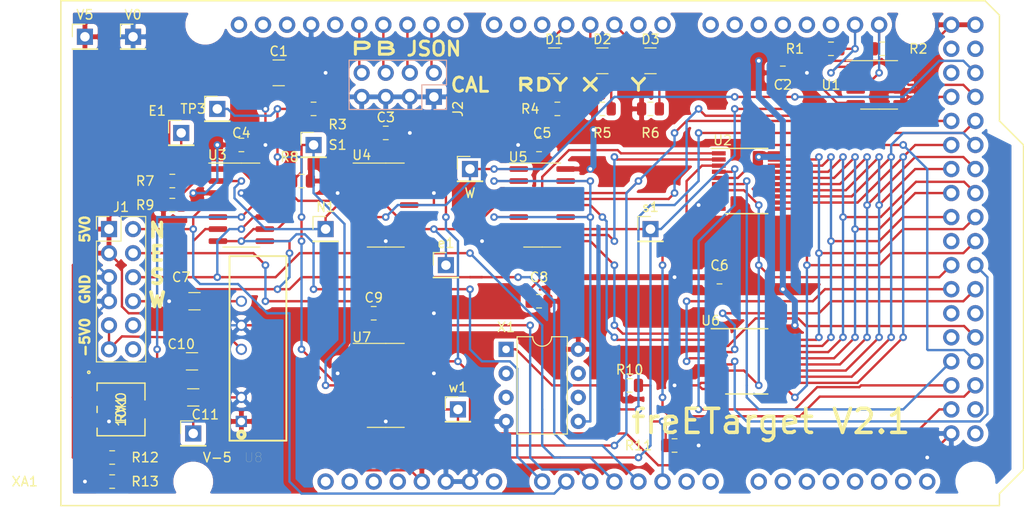
<source format=kicad_pcb>
(kicad_pcb (version 20171130) (host pcbnew "(5.1.5-0-10_14)")
  (layers (0 F.Cu signal) (31 B.Cu signal) (34 B.Paste user hide) (35 F.Paste user hide) (36 B.SilkS user hide) (37 F.SilkS user) (38 B.Mask user hide) (39 F.Mask user hide) (44 Edge.Cuts user hide))
  (net 0 "")
  (net 1 GND)
  (net 2 VCC)
  (net 3 "Net-(D3-Pad1)")
  (net 4 "Net-(D3-Pad2)")
  (net 5 "Net-(D2-Pad2)")
  (net 6 "Net-(D2-Pad1)")
  (net 7 "Net-(D1-Pad2)")
  (net 8 "Net-(D1-Pad1)")
  (net 9 /MIC_NORTH)
  (net 10 /MIC_EAST)
  (net 11 /MIC_SOUTH)
  (net 12 /MIC_WEST)
  (net 13 "Net-(J2-Pad2)")
  (net 14 "Net-(J2-Pad4)")
  (net 15 "Net-(J2-Pad6)")
  (net 16 "Net-(J2-Pad8)")
  (net 17 /RUN_NORTH)
  (net 18 /RUN_EAST)
  (net 19 /RUN_SOUTH)
  (net 20 /RUN_WEST)
  (net 21 /STOP*)
  (net 22 "Net-(U5-Pad8)")
  (net 23 "Net-(U4-Pad6)")
  (net 24 "Net-(U4-Pad8)")
  (net 25 /NORTH_LO*)
  (net 26 /NORTH_HI*)
  (net 27 /EAST_LO*)
  (net 28 /EAST_HI*)
  (net 29 /READ*)
  (net 30 "Net-(U6-Pad8)")
  (net 31 /CLR*)
  (net 32 /D7)
  (net 33 /D6)
  (net 34 /D5)
  (net 35 /D4)
  (net 36 /D3)
  (net 37 /D2)
  (net 38 /D1)
  (net 39 /D0)
  (net 40 "Net-(U7-Pad8)")
  (net 41 /WEST_HI*)
  (net 42 /WEST_LO*)
  (net 43 /SOUTH_HI*)
  (net 44 /SOUTH_LO*)
  (net 45 /V_FB)
  (net 46 "Net-(XA1-PadVIN)")
  (net 47 "Net-(XA1-PadRST1)")
  (net 48 "Net-(XA1-PadIORF)")
  (net 49 "Net-(XA1-PadD19)")
  (net 50 "Net-(XA1-PadD18)")
  (net 51 "Net-(XA1-PadD17)")
  (net 52 "Net-(XA1-PadD16)")
  (net 53 "Net-(XA1-PadD15)")
  (net 54 "Net-(XA1-PadD14)")
  (net 55 "Net-(XA1-PadD0)")
  (net 56 "Net-(XA1-PadD1)")
  (net 57 "Net-(XA1-PadD5)")
  (net 58 "Net-(XA1-PadD6)")
  (net 59 "Net-(XA1-PadD7)")
  (net 60 "Net-(XA1-PadD8)")
  (net 61 "Net-(XA1-PadAREF)")
  (net 62 "Net-(XA1-PadD13)")
  (net 63 "Net-(XA1-PadA7)")
  (net 64 "Net-(XA1-PadA8)")
  (net 65 "Net-(XA1-PadA9)")
  (net 66 "Net-(XA1-PadA10)")
  (net 67 "Net-(XA1-PadA11)")
  (net 68 "Net-(XA1-PadA12)")
  (net 69 "Net-(XA1-PadA13)")
  (net 70 "Net-(XA1-PadA14)")
  (net 71 "Net-(XA1-PadA15)")
  (net 72 "Net-(XA1-PadD22)")
  (net 73 "Net-(XA1-PadD23)")
  (net 74 "Net-(XA1-PadD24)")
  (net 75 /QUIET)
  (net 76 "Net-(XA1-PadD38)")
  (net 77 "Net-(XA1-PadD44)")
  (net 78 "Net-(XA1-PadD46)")
  (net 79 "Net-(XA1-PadD53)")
  (net 80 "Net-(XA1-PadGND6)")
  (net 81 "Net-(XA1-Pad3V3)")
  (net 82 /BD_REV)
  (net 83 "Net-(XA1-PadA6)")
  (net 84 "Net-(J1-Pad12)")
  (net 85 "Net-(J1-Pad10)")
  (net 86 "Net-(U1-Pad3)")
  (net 87 "Net-(XA1-PadSCL)")
  (net 88 "Net-(XA1-PadSDA)")
  (net 89 "Net-(XA1-PadD45)")
  (net 90 "Net-(C7-Pad1)")
  (net 91 "Net-(E1-Pad1)")
  (net 92 "Net-(N1-Pad1)")
  (net 93 "Net-(R8-Pad2)")
  (net 94 "Net-(R3-Pad2)")
  (net 95 "Net-(R1-Pad2)")
  (net 96 "Net-(R2-Pad2)")
  (net 97 "Net-(U7-Pad6)")
  (net 98 "Net-(U5-Pad10)")
  (net 99 "Net-(U5-Pad11)")
  (net 100 "Net-(U2-Pad8)")
  (net 101 "Net-(C11-Pad2)")
  (net 102 "Net-(U2-Pad1)")
  (net 103 "Net-(U2-Pad2)")
  (module Connector_PinHeader_2.54mm:PinHeader_1x01_P2.54mm_Vertical (layer F.Cu) (at 130.81 128.27)
    (fp_text reference V-5 (at 2.54 2.54) (layer F.SilkS))
    (fp_text value TP)
    (pad 1 thru_hole rect (at 0 0) (size 1.7 1.7) (drill 1) (layers *.Cu *.Mask) (net 101 "Net-(C11-Pad2)"))
  )
  (module Connector_PinHeader_2.54mm:PinHeader_1x01_P2.54mm_Vertical (layer F.Cu) (at 119.38 86.36)
    (fp_text reference V5 (at 0 -2.33) (layer F.SilkS))
    (fp_text value TP)
    (pad 1 thru_hole rect (at 0 0) (size 1.7 1.7) (drill 1) (layers *.Cu *.Mask) (net 2 VCC))
  )
  (module Connector_PinHeader_2.54mm:PinHeader_1x01_P2.54mm_Vertical (layer F.Cu) (at 124.46 86.36)
    (fp_text reference V0 (at 0 -2.33) (layer F.SilkS))
    (fp_text value TP)
    (pad 1 thru_hole rect (at 0 0) (size 1.7 1.7) (drill 1) (layers *.Cu *.Mask) (net 1 GND))
  )
  (module Resistor_SMD:R_1206_3216Metric (layer F.Cu) (at 130.94 114.3 180)
    (fp_text reference C7 (at 1.4 2.54) (layer F.SilkS))
    (fp_text value 10uF)
    (pad 2 smd roundrect (at 1.4 0 180) (size 1.25 1.75) (layers F.Cu F.Paste F.Mask) (roundrect_rratio 0.2) (net 1 GND))
    (pad 1 smd roundrect (at -1.4 0 180) (size 1.25 1.75) (layers F.Cu F.Paste F.Mask) (roundrect_rratio 0.2) (net 90 "Net-(C7-Pad1)"))
  )
  (module Resistor_SMD:R_0805_2012Metric (layer F.Cu) (at 122.2525 133.35 180)
    (fp_text reference R13 (at -3.4775 0) (layer F.SilkS))
    (fp_text value 2K7)
    (pad 2 smd roundrect (at 0.9375 0 180) (size 0.975 1.4) (layers F.Cu F.Paste F.Mask) (net 1 GND))
    (pad 1 smd roundrect (at -0.9375 0 180) (size 0.975 1.4) (layers F.Cu F.Paste F.Mask) (net 45 /V_FB))
  )
  (module Resistor_SMD:R_0805_2012Metric (layer F.Cu) (at 122.2525 130.81)
    (fp_text reference R12 (at 3.4775 0) (layer F.SilkS))
    (fp_text value 2K7)
    (pad 2 smd roundrect (at 0.9375 0) (size 0.975 1.4) (layers F.Cu F.Paste F.Mask) (net 45 /V_FB))
    (pad 1 smd roundrect (at -0.9375 0) (size 0.975 1.4) (layers F.Cu F.Paste F.Mask) (net 2 VCC))
  )
  (module Resistor_SMD:R_1206_3216Metric (layer F.Cu) (at 130.81 124.46 180)
    (fp_text reference C11 (at -1.27 -1.82) (layer F.SilkS))
    (fp_text value 10uF)
    (pad 2 smd roundrect (at 1.4 0 180) (size 1.25 1.75) (layers F.Cu F.Paste F.Mask) (roundrect_rratio 0.2) (net 101 "Net-(C11-Pad2)"))
    (pad 1 smd roundrect (at -1.4 0 180) (size 1.25 1.75) (layers F.Cu F.Paste F.Mask) (roundrect_rratio 0.2) (net 1 GND))
  )
  (module Resistor_SMD:R_1206_3216Metric (layer F.Cu) (at 130.68 120.65)
    (fp_text reference C10 (at -1.14 -1.82) (layer F.SilkS))
    (fp_text value CP_Small)
    (pad 2 smd roundrect (at 1.4 0) (size 1.25 1.75) (layers F.Cu F.Paste F.Mask) (roundrect_rratio 0.2) (net 1 GND))
    (pad 1 smd roundrect (at -1.4 0) (size 1.25 1.75) (layers F.Cu F.Paste F.Mask) (roundrect_rratio 0.2) (net 45 /V_FB))
  )
  (module Arduino:Arduino_Mega2560_Shield_AMB (layer F.Cu) (at 116.84 135.89)
    (fp_text reference XA1 (at -3.81 -2.54) (layer F.SilkS))
    (fp_text value Arduino_Mega2560_Shield)
    (fp_text user . (at 62.484 -32.004) (layer F.SilkS))
    (pad A0 thru_hole oval (at 50.8 -2.54) (size 1.7272 1.7272) (drill 1.016) (layers *.Cu *.Mask) (net 45 /V_FB))
    (pad VIN thru_hole oval (at 45.72 -2.54) (size 1.7272 1.7272) (drill 1.016) (layers *.Cu *.Mask) (net 46 "Net-(XA1-PadVIN)"))
    (pad GND3 thru_hole oval (at 43.18 -2.54) (size 1.7272 1.7272) (drill 1.016) (layers *.Cu *.Mask) (net 1 GND))
    (pad GND2 thru_hole oval (at 40.64 -2.54) (size 1.7272 1.7272) (drill 1.016) (layers *.Cu *.Mask) (net 1 GND))
    (pad 5V1 thru_hole oval (at 38.1 -2.54) (size 1.7272 1.7272) (drill 1.016) (layers *.Cu *.Mask) (net 2 VCC))
    (pad 3V3 thru_hole oval (at 35.56 -2.54) (size 1.7272 1.7272) (drill 1.016) (layers *.Cu *.Mask) (net 81 "Net-(XA1-Pad3V3)"))
    (pad RST1 thru_hole oval (at 33.02 -2.54) (size 1.7272 1.7272) (drill 1.016) (layers *.Cu *.Mask) (net 47 "Net-(XA1-PadRST1)"))
    (pad IORF thru_hole oval (at 30.48 -2.54) (size 1.7272 1.7272) (drill 1.016) (layers *.Cu *.Mask) (net 48 "Net-(XA1-PadIORF)"))
    (pad D21 thru_hole oval (at 86.36 -50.8) (size 1.7272 1.7272) (drill 1.016) (layers *.Cu *.Mask) (net 96 "Net-(R2-Pad2)"))
    (pad D20 thru_hole oval (at 83.82 -50.8) (size 1.7272 1.7272) (drill 1.016) (layers *.Cu *.Mask) (net 95 "Net-(R1-Pad2)"))
    (pad D19 thru_hole oval (at 81.28 -50.8) (size 1.7272 1.7272) (drill 1.016) (layers *.Cu *.Mask) (net 49 "Net-(XA1-PadD19)"))
    (pad D18 thru_hole oval (at 78.74 -50.8) (size 1.7272 1.7272) (drill 1.016) (layers *.Cu *.Mask) (net 50 "Net-(XA1-PadD18)"))
    (pad D17 thru_hole oval (at 76.2 -50.8) (size 1.7272 1.7272) (drill 1.016) (layers *.Cu *.Mask) (net 51 "Net-(XA1-PadD17)"))
    (pad D16 thru_hole oval (at 73.66 -50.8) (size 1.7272 1.7272) (drill 1.016) (layers *.Cu *.Mask) (net 52 "Net-(XA1-PadD16)"))
    (pad D15 thru_hole oval (at 71.12 -50.8) (size 1.7272 1.7272) (drill 1.016) (layers *.Cu *.Mask) (net 53 "Net-(XA1-PadD15)"))
    (pad D14 thru_hole oval (at 68.58 -50.8) (size 1.7272 1.7272) (drill 1.016) (layers *.Cu *.Mask) (net 54 "Net-(XA1-PadD14)"))
    (pad D0 thru_hole oval (at 63.5 -50.8) (size 1.7272 1.7272) (drill 1.016) (layers *.Cu *.Mask) (net 55 "Net-(XA1-PadD0)"))
    (pad D1 thru_hole oval (at 60.96 -50.8) (size 1.7272 1.7272) (drill 1.016) (layers *.Cu *.Mask) (net 56 "Net-(XA1-PadD1)"))
    (pad D2 thru_hole oval (at 58.42 -50.8) (size 1.7272 1.7272) (drill 1.016) (layers *.Cu *.Mask) (net 3 "Net-(D3-Pad1)"))
    (pad D3 thru_hole oval (at 55.88 -50.8) (size 1.7272 1.7272) (drill 1.016) (layers *.Cu *.Mask) (net 6 "Net-(D2-Pad1)"))
    (pad D4 thru_hole oval (at 53.34 -50.8) (size 1.7272 1.7272) (drill 1.016) (layers *.Cu *.Mask) (net 8 "Net-(D1-Pad1)"))
    (pad D5 thru_hole oval (at 50.8 -50.8) (size 1.7272 1.7272) (drill 1.016) (layers *.Cu *.Mask) (net 57 "Net-(XA1-PadD5)"))
    (pad D6 thru_hole oval (at 48.26 -50.8) (size 1.7272 1.7272) (drill 1.016) (layers *.Cu *.Mask) (net 58 "Net-(XA1-PadD6)"))
    (pad D7 thru_hole oval (at 45.72 -50.8) (size 1.7272 1.7272) (drill 1.016) (layers *.Cu *.Mask) (net 59 "Net-(XA1-PadD7)"))
    (pad GND1 thru_hole oval (at 26.416 -50.8) (size 1.7272 1.7272) (drill 1.016) (layers *.Cu *.Mask) (net 1 GND))
    (pad D8 thru_hole oval (at 41.656 -50.8) (size 1.7272 1.7272) (drill 1.016) (layers *.Cu *.Mask) (net 60 "Net-(XA1-PadD8)"))
    (pad D9 thru_hole oval (at 39.116 -50.8) (size 1.7272 1.7272) (drill 1.016) (layers *.Cu *.Mask) (net 13 "Net-(J2-Pad2)"))
    (pad D10 thru_hole oval (at 36.576 -50.8) (size 1.7272 1.7272) (drill 1.016) (layers *.Cu *.Mask) (net 14 "Net-(J2-Pad4)"))
    (pad "" np_thru_hole circle (at 90.17 -50.8) (size 3.2 3.2) (drill 3.2) (layers *.Cu *.Mask))
    (pad "" np_thru_hole circle (at 15.24 -50.8) (size 3.2 3.2) (drill 3.2) (layers *.Cu *.Mask))
    (pad "" np_thru_hole circle (at 96.52 -2.54) (size 3.2 3.2) (drill 3.2) (layers *.Cu *.Mask))
    (pad "" np_thru_hole circle (at 13.97 -2.54) (size 3.2 3.2) (drill 3.2) (layers *.Cu *.Mask))
    (pad SCL thru_hole oval (at 18.796 -50.8) (size 1.7272 1.7272) (drill 1.016) (layers *.Cu *.Mask) (net 87 "Net-(XA1-PadSCL)"))
    (pad SDA thru_hole oval (at 21.336 -50.8) (size 1.7272 1.7272) (drill 1.016) (layers *.Cu *.Mask) (net 88 "Net-(XA1-PadSDA)"))
    (pad AREF thru_hole oval (at 23.876 -50.8) (size 1.7272 1.7272) (drill 1.016) (layers *.Cu *.Mask) (net 61 "Net-(XA1-PadAREF)"))
    (pad D13 thru_hole oval (at 28.956 -50.8) (size 1.7272 1.7272) (drill 1.016) (layers *.Cu *.Mask) (net 62 "Net-(XA1-PadD13)"))
    (pad D12 thru_hole oval (at 31.496 -50.8) (size 1.7272 1.7272) (drill 1.016) (layers *.Cu *.Mask) (net 16 "Net-(J2-Pad8)"))
    (pad D11 thru_hole oval (at 34.036 -50.8) (size 1.7272 1.7272) (drill 1.016) (layers *.Cu *.Mask) (net 15 "Net-(J2-Pad6)"))
    (pad "" thru_hole oval (at 27.94 -2.54) (size 1.7272 1.7272) (drill 1.016) (layers *.Cu *.Mask))
    (pad A1 thru_hole oval (at 53.34 -2.54) (size 1.7272 1.7272) (drill 1.016) (layers *.Cu *.Mask) (net 9 /MIC_NORTH))
    (pad A2 thru_hole oval (at 55.88 -2.54) (size 1.7272 1.7272) (drill 1.016) (layers *.Cu *.Mask) (net 10 /MIC_EAST))
    (pad A3 thru_hole oval (at 58.42 -2.54) (size 1.7272 1.7272) (drill 1.016) (layers *.Cu *.Mask) (net 11 /MIC_SOUTH))
    (pad A4 thru_hole oval (at 60.96 -2.54) (size 1.7272 1.7272) (drill 1.016) (layers *.Cu *.Mask) (net 12 /MIC_WEST))
    (pad A5 thru_hole oval (at 63.5 -2.54) (size 1.7272 1.7272) (drill 1.016) (layers *.Cu *.Mask) (net 82 /BD_REV))
    (pad A6 thru_hole oval (at 66.04 -2.54) (size 1.7272 1.7272) (drill 1.016) (layers *.Cu *.Mask) (net 83 "Net-(XA1-PadA6)"))
    (pad A7 thru_hole oval (at 68.58 -2.54) (size 1.7272 1.7272) (drill 1.016) (layers *.Cu *.Mask) (net 63 "Net-(XA1-PadA7)"))
    (pad A8 thru_hole oval (at 73.66 -2.54) (size 1.7272 1.7272) (drill 1.016) (layers *.Cu *.Mask) (net 64 "Net-(XA1-PadA8)"))
    (pad A9 thru_hole oval (at 76.2 -2.54) (size 1.7272 1.7272) (drill 1.016) (layers *.Cu *.Mask) (net 65 "Net-(XA1-PadA9)"))
    (pad A10 thru_hole oval (at 78.74 -2.54) (size 1.7272 1.7272) (drill 1.016) (layers *.Cu *.Mask) (net 66 "Net-(XA1-PadA10)"))
    (pad A11 thru_hole oval (at 81.28 -2.54) (size 1.7272 1.7272) (drill 1.016) (layers *.Cu *.Mask) (net 67 "Net-(XA1-PadA11)"))
    (pad A12 thru_hole oval (at 83.82 -2.54) (size 1.7272 1.7272) (drill 1.016) (layers *.Cu *.Mask) (net 68 "Net-(XA1-PadA12)"))
    (pad A13 thru_hole oval (at 86.36 -2.54) (size 1.7272 1.7272) (drill 1.016) (layers *.Cu *.Mask) (net 69 "Net-(XA1-PadA13)"))
    (pad A14 thru_hole oval (at 88.9 -2.54) (size 1.7272 1.7272) (drill 1.016) (layers *.Cu *.Mask) (net 70 "Net-(XA1-PadA14)"))
    (pad A15 thru_hole oval (at 91.44 -2.54) (size 1.7272 1.7272) (drill 1.016) (layers *.Cu *.Mask) (net 71 "Net-(XA1-PadA15)"))
    (pad 5V3 thru_hole oval (at 93.98 -50.8) (size 1.7272 1.7272) (drill 1.016) (layers *.Cu *.Mask) (net 2 VCC))
    (pad 5V4 thru_hole oval (at 96.52 -50.8) (size 1.7272 1.7272) (drill 1.016) (layers *.Cu *.Mask) (net 2 VCC))
    (pad D22 thru_hole oval (at 93.98 -48.26) (size 1.7272 1.7272) (drill 1.016) (layers *.Cu *.Mask) (net 72 "Net-(XA1-PadD22)"))
    (pad D23 thru_hole oval (at 96.52 -48.26) (size 1.7272 1.7272) (drill 1.016) (layers *.Cu *.Mask) (net 73 "Net-(XA1-PadD23)"))
    (pad D24 thru_hole oval (at 93.98 -45.72) (size 1.7272 1.7272) (drill 1.016) (layers *.Cu *.Mask) (net 74 "Net-(XA1-PadD24)"))
    (pad D25 thru_hole oval (at 96.52 -45.72) (size 1.7272 1.7272) (drill 1.016) (layers *.Cu *.Mask) (net 17 /RUN_NORTH))
    (pad D26 thru_hole oval (at 93.98 -43.18) (size 1.7272 1.7272) (drill 1.016) (layers *.Cu *.Mask) (net 18 /RUN_EAST))
    (pad D27 thru_hole oval (at 96.52 -43.18) (size 1.7272 1.7272) (drill 1.016) (layers *.Cu *.Mask) (net 19 /RUN_SOUTH))
    (pad D28 thru_hole oval (at 93.98 -40.64) (size 1.7272 1.7272) (drill 1.016) (layers *.Cu *.Mask) (net 20 /RUN_WEST))
    (pad D29 thru_hole oval (at 96.52 -40.64) (size 1.7272 1.7272) (drill 1.016) (layers *.Cu *.Mask) (net 75 /QUIET))
    (pad D30 thru_hole oval (at 93.98 -38.1) (size 1.7272 1.7272) (drill 1.016) (layers *.Cu *.Mask) (net 32 /D7))
    (pad D31 thru_hole oval (at 96.52 -38.1) (size 1.7272 1.7272) (drill 1.016) (layers *.Cu *.Mask) (net 33 /D6))
    (pad D32 thru_hole oval (at 93.98 -35.56) (size 1.7272 1.7272) (drill 1.016) (layers *.Cu *.Mask) (net 34 /D5))
    (pad D33 thru_hole oval (at 96.52 -35.56) (size 1.7272 1.7272) (drill 1.016) (layers *.Cu *.Mask) (net 35 /D4))
    (pad D34 thru_hole oval (at 93.98 -33.02) (size 1.7272 1.7272) (drill 1.016) (layers *.Cu *.Mask) (net 36 /D3))
    (pad D35 thru_hole oval (at 96.52 -33.02) (size 1.7272 1.7272) (drill 1.016) (layers *.Cu *.Mask) (net 37 /D2))
    (pad D36 thru_hole oval (at 93.98 -30.48) (size 1.7272 1.7272) (drill 1.016) (layers *.Cu *.Mask) (net 38 /D1))
    (pad D37 thru_hole oval (at 96.52 -30.48) (size 1.7272 1.7272) (drill 1.016) (layers *.Cu *.Mask) (net 39 /D0))
    (pad D38 thru_hole oval (at 93.98 -27.94) (size 1.7272 1.7272) (drill 1.016) (layers *.Cu *.Mask) (net 76 "Net-(XA1-PadD38)"))
    (pad D39 thru_hole oval (at 96.52 -27.94) (size 1.7272 1.7272) (drill 1.016) (layers *.Cu *.Mask) (net 31 /CLR*))
    (pad D40 thru_hole oval (at 93.98 -25.4) (size 1.7272 1.7272) (drill 1.016) (layers *.Cu *.Mask) (net 29 /READ*))
    (pad D41 thru_hole oval (at 96.52 -25.4) (size 1.7272 1.7272) (drill 1.016) (layers *.Cu *.Mask) (net 41 /WEST_HI*))
    (pad D42 thru_hole oval (at 93.98 -22.86) (size 1.7272 1.7272) (drill 1.016) (layers *.Cu *.Mask) (net 42 /WEST_LO*))
    (pad D43 thru_hole oval (at 96.52 -22.86) (size 1.7272 1.7272) (drill 1.016) (layers *.Cu *.Mask) (net 43 /SOUTH_HI*))
    (pad D44 thru_hole oval (at 93.98 -20.32) (size 1.7272 1.7272) (drill 1.016) (layers *.Cu *.Mask) (net 77 "Net-(XA1-PadD44)"))
    (pad D45 thru_hole oval (at 96.52 -20.32) (size 1.7272 1.7272) (drill 1.016) (layers *.Cu *.Mask) (net 89 "Net-(XA1-PadD45)"))
    (pad D46 thru_hole oval (at 93.98 -17.78) (size 1.7272 1.7272) (drill 1.016) (layers *.Cu *.Mask) (net 78 "Net-(XA1-PadD46)"))
    (pad D47 thru_hole oval (at 96.52 -17.78) (size 1.7272 1.7272) (drill 1.016) (layers *.Cu *.Mask) (net 44 /SOUTH_LO*))
    (pad D48 thru_hole oval (at 93.98 -15.24) (size 1.7272 1.7272) (drill 1.016) (layers *.Cu *.Mask) (net 28 /EAST_HI*))
    (pad D49 thru_hole oval (at 96.52 -15.24) (size 1.7272 1.7272) (drill 1.016) (layers *.Cu *.Mask) (net 27 /EAST_LO*))
    (pad D50 thru_hole oval (at 93.98 -12.7) (size 1.7272 1.7272) (drill 1.016) (layers *.Cu *.Mask) (net 26 /NORTH_HI*))
    (pad D51 thru_hole oval (at 96.52 -12.7) (size 1.7272 1.7272) (drill 1.016) (layers *.Cu *.Mask) (net 25 /NORTH_LO*))
    (pad D52 thru_hole oval (at 93.98 -10.16) (size 1.7272 1.7272) (drill 1.016) (layers *.Cu *.Mask) (net 21 /STOP*))
    (pad D53 thru_hole oval (at 96.52 -10.16) (size 1.7272 1.7272) (drill 1.016) (layers *.Cu *.Mask) (net 79 "Net-(XA1-PadD53)"))
    (pad GND5 thru_hole oval (at 93.98 -7.62) (size 1.7272 1.7272) (drill 1.016) (layers *.Cu *.Mask) (net 1 GND))
    (pad GND6 thru_hole oval (at 96.52 -7.62) (size 1.7272 1.7272) (drill 1.016) (layers *.Cu *.Mask) (net 80 "Net-(XA1-PadGND6)"))
  )
  (module Resistor_SMD:R_0805_2012Metric (layer F.Cu) (at 203.5325 87.63 180)
    (fp_text reference R2 (at -3.81 0) (layer F.SilkS))
    (fp_text value 4K7)
    (pad 2 smd roundrect (at 0.9375 0 180) (size 0.975 1.4) (layers F.Cu F.Paste F.Mask) (net 96 "Net-(R2-Pad2)"))
    (pad 1 smd roundrect (at -0.9375 0 180) (size 0.975 1.4) (layers F.Cu F.Paste F.Mask) (net 2 VCC))
  )
  (module Resistor_SMD:R_0805_2012Metric (layer F.Cu) (at 198.12 87.63)
    (fp_text reference R1 (at -3.81 0) (layer F.SilkS))
    (fp_text value 4K7)
    (pad 2 smd roundrect (at 0.9375 0) (size 0.975 1.4) (layers F.Cu F.Paste F.Mask) (net 95 "Net-(R1-Pad2)"))
    (pad 1 smd roundrect (at -0.9375 0) (size 0.975 1.4) (layers F.Cu F.Paste F.Mask) (net 2 VCC))
  )
  (module Package_SO:SOIC-8_3.9x4.9mm_P1.27mm (layer F.Cu) (at 203.2 91.44)
    (fp_text reference U1 (at -5.08 0) (layer F.SilkS))
    (fp_text value LM75AIMX_NOPB)
    (pad 8 smd roundrect (at 2.475 -1.905) (size 1.95 0.6) (layers F.Cu F.Paste F.Mask) (net 2 VCC))
    (pad 7 smd roundrect (at 2.475 -0.635) (size 1.95 0.6) (layers F.Cu F.Paste F.Mask) (net 2 VCC))
    (pad 6 smd roundrect (at 2.475 0.635) (size 1.95 0.6) (layers F.Cu F.Paste F.Mask) (net 2 VCC))
    (pad 5 smd roundrect (at 2.475 1.905) (size 1.95 0.6) (layers F.Cu F.Paste F.Mask) (net 2 VCC))
    (pad 4 smd roundrect (at -2.475 1.905) (size 1.95 0.6) (layers F.Cu F.Paste F.Mask) (net 1 GND))
    (pad 3 smd roundrect (at -2.475 0.635) (size 1.95 0.6) (layers F.Cu F.Paste F.Mask) (net 86 "Net-(U1-Pad3)"))
    (pad 2 smd roundrect (at -2.475 -0.635) (size 1.95 0.6) (layers F.Cu F.Paste F.Mask) (net 96 "Net-(R2-Pad2)"))
    (pad 1 smd roundrect (at -2.475 -1.905) (size 1.95 0.6) (layers F.Cu F.Paste F.Mask) (net 95 "Net-(R1-Pad2)"))
  )
  (module Resistor_SMD:R_0805_2012Metric (layer F.Cu) (at 181.61 129.54)
    (fp_text reference R11 (at -3.81 0) (layer F.SilkS))
    (fp_text value 4K7)
    (pad 2 smd roundrect (at 0.9375 0) (size 0.975 1.4) (layers F.Cu F.Paste F.Mask) (net 1 GND))
    (pad 1 smd roundrect (at -0.9375 0) (size 0.975 1.4) (layers F.Cu F.Paste F.Mask) (net 82 /BD_REV))
  )
  (module Resistor_SMD:R_0805_2012Metric (layer F.Cu) (at 176.8625 123.19)
    (fp_text reference R10 (at 0 -1.65) (layer F.SilkS))
    (fp_text value 4K7)
    (pad 2 smd roundrect (at 0.9375 0) (size 0.975 1.4) (layers F.Cu F.Paste F.Mask) (net 82 /BD_REV))
    (pad 1 smd roundrect (at -0.9375 0) (size 0.975 1.4) (layers F.Cu F.Paste F.Mask) (net 2 VCC))
  )
  (module NMA0505SC:SIP600W50P254L1950H1000Q5 (layer F.Cu) (at 135.89 127 90)
    (fp_text reference U8 (at -3.81 1.27 180) (layer F.SilkS) (effects (font (size 1.001102 1.001102) (thickness 0.015))))
    (fp_text value NMA0505SC)
    (pad 6 thru_hole circle (at 12.7 0 90) (size 1.18 1.18) (drill 0.8) (layers *.Cu *.Mask) (net 90 "Net-(C7-Pad1)"))
    (pad 5 thru_hole circle (at 10.16 0 90) (size 1.18 1.18) (drill 0.8) (layers *.Cu *.Mask) (net 1 GND))
    (pad 4 thru_hole circle (at 7.62 0 90) (size 1.18 1.18) (drill 0.8) (layers *.Cu *.Mask) (net 101 "Net-(C11-Pad2)"))
    (pad 2 thru_hole circle (at 2.54 0 90) (size 1.18 1.18) (drill 0.8) (layers *.Cu *.Mask) (net 1 GND))
    (pad 1 thru_hole rect (at 0 0 90) (size 1.18 1.18) (drill 0.8) (layers *.Cu *.Mask) (net 2 VCC))
  )
  (module Connector_PinHeader_2.54mm:PinHeader_2x06_P2.54mm_Vertical (layer F.Cu) (at 121.92 106.68)
    (fp_text reference J1 (at 1.27 -2.33) (layer F.SilkS))
    (fp_text value Conn_02x06_Odd_Even)
    (pad 12 thru_hole oval (at 2.54 12.7) (size 1.7 1.7) (drill 1) (layers *.Cu *.Mask) (net 84 "Net-(J1-Pad12)"))
    (pad 11 thru_hole oval (at 0 12.7) (size 1.7 1.7) (drill 1) (layers *.Cu *.Mask) (net 101 "Net-(C11-Pad2)"))
    (pad 10 thru_hole oval (at 2.54 10.16) (size 1.7 1.7) (drill 1) (layers *.Cu *.Mask) (net 85 "Net-(J1-Pad10)"))
    (pad 9 thru_hole oval (at 0 10.16) (size 1.7 1.7) (drill 1) (layers *.Cu *.Mask) (net 101 "Net-(C11-Pad2)"))
    (pad 8 thru_hole oval (at 2.54 7.62) (size 1.7 1.7) (drill 1) (layers *.Cu *.Mask) (net 12 /MIC_WEST))
    (pad 7 thru_hole oval (at 0 7.62) (size 1.7 1.7) (drill 1) (layers *.Cu *.Mask) (net 1 GND))
    (pad 6 thru_hole oval (at 2.54 5.08) (size 1.7 1.7) (drill 1) (layers *.Cu *.Mask) (net 11 /MIC_SOUTH))
    (pad 5 thru_hole oval (at 0 5.08) (size 1.7 1.7) (drill 1) (layers *.Cu *.Mask) (net 1 GND))
    (pad 4 thru_hole oval (at 2.54 2.54) (size 1.7 1.7) (drill 1) (layers *.Cu *.Mask) (net 10 /MIC_EAST))
    (pad 3 thru_hole oval (at 0 2.54) (size 1.7 1.7) (drill 1) (layers *.Cu *.Mask) (net 2 VCC))
    (pad 2 thru_hole oval (at 2.54 0) (size 1.7 1.7) (drill 1) (layers *.Cu *.Mask) (net 9 /MIC_NORTH))
    (pad 1 thru_hole rect (at 0 0) (size 1.7 1.7) (drill 1) (layers *.Cu *.Mask) (net 2 VCC))
  )
  (module Package_SO:SOIC-14_3.9x8.7mm_P1.27mm (layer F.Cu) (at 135.89 104.14)
    (fp_text reference U3 (at -2.54 -5.28) (layer F.SilkS))
    (fp_text value LM339)
    (pad 14 smd roundrect (at 2.475 -3.81) (size 1.95 0.6) (layers F.Cu F.Paste F.Mask) (net 94 "Net-(R3-Pad2)"))
    (pad 13 smd roundrect (at 2.475 -2.54) (size 1.95 0.6) (layers F.Cu F.Paste F.Mask) (net 93 "Net-(R8-Pad2)"))
    (pad 12 smd roundrect (at 2.475 -1.27) (size 1.95 0.6) (layers F.Cu F.Paste F.Mask) (net 1 GND))
    (pad 11 smd roundrect (at 2.475 0) (size 1.95 0.6) (layers F.Cu F.Paste F.Mask) (net 45 /V_FB))
    (pad 10 smd roundrect (at 2.475 1.27) (size 1.95 0.6) (layers F.Cu F.Paste F.Mask) (net 11 /MIC_SOUTH))
    (pad 9 smd roundrect (at 2.475 2.54) (size 1.95 0.6) (layers F.Cu F.Paste F.Mask) (net 45 /V_FB))
    (pad 8 smd roundrect (at 2.475 3.81) (size 1.95 0.6) (layers F.Cu F.Paste F.Mask) (net 12 /MIC_WEST))
    (pad 7 smd roundrect (at -2.475 3.81) (size 1.95 0.6) (layers F.Cu F.Paste F.Mask) (net 45 /V_FB))
    (pad 6 smd roundrect (at -2.475 2.54) (size 1.95 0.6) (layers F.Cu F.Paste F.Mask) (net 10 /MIC_EAST))
    (pad 5 smd roundrect (at -2.475 1.27) (size 1.95 0.6) (layers F.Cu F.Paste F.Mask) (net 45 /V_FB))
    (pad 4 smd roundrect (at -2.475 0) (size 1.95 0.6) (layers F.Cu F.Paste F.Mask) (net 9 /MIC_NORTH))
    (pad 3 smd roundrect (at -2.475 -1.27) (size 1.95 0.6) (layers F.Cu F.Paste F.Mask) (net 2 VCC))
    (pad 2 smd roundrect (at -2.475 -2.54) (size 1.95 0.6) (layers F.Cu F.Paste F.Mask) (net 92 "Net-(N1-Pad1)"))
    (pad 1 smd roundrect (at -2.475 -3.81) (size 1.95 0.6) (layers F.Cu F.Paste F.Mask) (net 91 "Net-(E1-Pad1)"))
  )
  (module Package_SO:TSSOP-20_4.4x6.5mm_P0.65mm (layer F.Cu) (at 189.23 101.6)
    (fp_text reference U2 (at -2.54 -4.3) (layer F.SilkS))
    (fp_text value 74LV8154)
    (pad 1 smd rect (at -2.95 -2.925) (size 1.45 0.45) (layers F.Cu F.Paste F.Mask) (net 102 "Net-(U2-Pad1)"))
    (pad 2 smd rect (at -2.95 -2.275) (size 1.45 0.45) (layers F.Cu F.Paste F.Mask) (net 103 "Net-(U2-Pad2)"))
    (pad 3 smd rect (at -2.95 -1.625) (size 1.45 0.45) (layers F.Cu F.Paste F.Mask) (net 25 /NORTH_LO*))
    (pad 4 smd rect (at -2.95 -0.975) (size 1.45 0.45) (layers F.Cu F.Paste F.Mask) (net 26 /NORTH_HI*))
    (pad 5 smd rect (at -2.95 -0.325) (size 1.45 0.45) (layers F.Cu F.Paste F.Mask) (net 27 /EAST_LO*))
    (pad 6 smd rect (at -2.95 0.325) (size 1.45 0.45) (layers F.Cu F.Paste F.Mask) (net 28 /EAST_HI*))
    (pad 7 smd rect (at -2.95 0.975) (size 1.45 0.45) (layers F.Cu F.Paste F.Mask) (net 29 /READ*))
    (pad 8 smd rect (at -2.95 1.625) (size 1.45 0.45) (layers F.Cu F.Paste F.Mask) (net 100 "Net-(U2-Pad8)"))
    (pad 9 smd rect (at -2.95 2.275) (size 1.45 0.45) (layers F.Cu F.Paste F.Mask) (net 1 GND))
    (pad 10 smd rect (at -2.95 2.925) (size 1.45 0.45) (layers F.Cu F.Paste F.Mask) (net 1 GND))
    (pad 11 smd rect (at 2.95 2.925) (size 1.45 0.45) (layers F.Cu F.Paste F.Mask) (net 31 /CLR*))
    (pad 12 smd rect (at 2.95 2.275) (size 1.45 0.45) (layers F.Cu F.Paste F.Mask) (net 32 /D7))
    (pad 13 smd rect (at 2.95 1.625) (size 1.45 0.45) (layers F.Cu F.Paste F.Mask) (net 33 /D6))
    (pad 14 smd rect (at 2.95 0.975) (size 1.45 0.45) (layers F.Cu F.Paste F.Mask) (net 34 /D5))
    (pad 15 smd rect (at 2.95 0.325) (size 1.45 0.45) (layers F.Cu F.Paste F.Mask) (net 35 /D4))
    (pad 16 smd rect (at 2.95 -0.325) (size 1.45 0.45) (layers F.Cu F.Paste F.Mask) (net 36 /D3))
    (pad 17 smd rect (at 2.95 -0.975) (size 1.45 0.45) (layers F.Cu F.Paste F.Mask) (net 37 /D2))
    (pad 18 smd rect (at 2.95 -1.625) (size 1.45 0.45) (layers F.Cu F.Paste F.Mask) (net 38 /D1))
    (pad 19 smd rect (at 2.95 -2.275) (size 1.45 0.45) (layers F.Cu F.Paste F.Mask) (net 39 /D0))
    (pad 20 smd rect (at 2.95 -2.925) (size 1.45 0.45) (layers F.Cu F.Paste F.Mask) (net 2 VCC))
  )
  (module Package_SO:TSSOP-20_4.4x6.5mm_P0.65mm (layer F.Cu) (at 189.23 120.65)
    (fp_text reference U6 (at -3.81 -4.3) (layer F.SilkS))
    (fp_text value 74LV8154)
    (pad 20 smd rect (at 2.95 -2.925) (size 1.45 0.45) (layers F.Cu F.Paste F.Mask) (net 2 VCC))
    (pad 19 smd rect (at 2.95 -2.275) (size 1.45 0.45) (layers F.Cu F.Paste F.Mask) (net 39 /D0))
    (pad 18 smd rect (at 2.95 -1.625) (size 1.45 0.45) (layers F.Cu F.Paste F.Mask) (net 38 /D1))
    (pad 17 smd rect (at 2.95 -0.975) (size 1.45 0.45) (layers F.Cu F.Paste F.Mask) (net 37 /D2))
    (pad 16 smd rect (at 2.95 -0.325) (size 1.45 0.45) (layers F.Cu F.Paste F.Mask) (net 36 /D3))
    (pad 15 smd rect (at 2.95 0.325) (size 1.45 0.45) (layers F.Cu F.Paste F.Mask) (net 35 /D4))
    (pad 14 smd rect (at 2.95 0.975) (size 1.45 0.45) (layers F.Cu F.Paste F.Mask) (net 34 /D5))
    (pad 13 smd rect (at 2.95 1.625) (size 1.45 0.45) (layers F.Cu F.Paste F.Mask) (net 33 /D6))
    (pad 12 smd rect (at 2.95 2.275) (size 1.45 0.45) (layers F.Cu F.Paste F.Mask) (net 32 /D7))
    (pad 11 smd rect (at 2.95 2.925) (size 1.45 0.45) (layers F.Cu F.Paste F.Mask) (net 31 /CLR*))
    (pad 10 smd rect (at -2.95 2.925) (size 1.45 0.45) (layers F.Cu F.Paste F.Mask) (net 1 GND))
    (pad 9 smd rect (at -2.95 2.275) (size 1.45 0.45) (layers F.Cu F.Paste F.Mask) (net 1 GND))
    (pad 8 smd rect (at -2.95 1.625) (size 1.45 0.45) (layers F.Cu F.Paste F.Mask) (net 30 "Net-(U6-Pad8)"))
    (pad 7 smd rect (at -2.95 0.975) (size 1.45 0.45) (layers F.Cu F.Paste F.Mask) (net 29 /READ*))
    (pad 6 smd rect (at -2.95 0.325) (size 1.45 0.45) (layers F.Cu F.Paste F.Mask) (net 41 /WEST_HI*))
    (pad 5 smd rect (at -2.95 -0.325) (size 1.45 0.45) (layers F.Cu F.Paste F.Mask) (net 42 /WEST_LO*))
    (pad 4 smd rect (at -2.95 -0.975) (size 1.45 0.45) (layers F.Cu F.Paste F.Mask) (net 43 /SOUTH_HI*))
    (pad 3 smd rect (at -2.95 -1.625) (size 1.45 0.45) (layers F.Cu F.Paste F.Mask) (net 44 /SOUTH_LO*))
    (pad 2 smd rect (at -2.95 -2.275) (size 1.45 0.45) (layers F.Cu F.Paste F.Mask) (net 99 "Net-(U5-Pad11)"))
    (pad 1 smd rect (at -2.95 -2.925) (size 1.45 0.45) (layers F.Cu F.Paste F.Mask) (net 22 "Net-(U5-Pad8)"))
  )
  (module Resistor_SMD:R_1210_3225Metric (layer F.Cu) (at 139.83 90.17)
    (fp_text reference C1 (at 0 -2.28) (layer F.SilkS))
    (fp_text value 10uF0)
    (pad 2 smd roundrect (at 1.4 0) (size 1.25 2.65) (layers F.Cu F.Paste F.Mask) (roundrect_rratio 0.2) (net 1 GND))
    (pad 1 smd roundrect (at -1.4 0) (size 1.25 2.65) (layers F.Cu F.Paste F.Mask) (roundrect_rratio 0.2) (net 2 VCC))
  )
  (module Resistor_SMD:R_0805_2012Metric (layer F.Cu) (at 135.89 97.79)
    (fp_text reference C4 (at 0 -1.27) (layer F.SilkS))
    (fp_text value 0u1)
    (pad 1 smd roundrect (at -0.9375 0) (size 0.975 1.4) (layers F.Cu F.Paste F.Mask) (net 2 VCC))
    (pad 2 smd roundrect (at 0.9375 0) (size 0.975 1.4) (layers F.Cu F.Paste F.Mask) (net 1 GND))
  )
  (module Resistor_SMD:R_0805_2012Metric (layer F.Cu) (at 151.13 96.52)
    (fp_text reference C3 (at 0 -1.65) (layer F.SilkS))
    (fp_text value 0u1)
    (pad 2 smd roundrect (at 0.9375 0) (size 0.975 1.4) (layers F.Cu F.Paste F.Mask) (net 1 GND))
    (pad 1 smd roundrect (at -0.9375 0) (size 0.975 1.4) (layers F.Cu F.Paste F.Mask) (net 2 VCC))
  )
  (module Resistor_SMD:R_0805_2012Metric (layer F.Cu) (at 167.3075 114.3 180)
    (fp_text reference C8 (at 0 2.54) (layer F.SilkS))
    (fp_text value 0u1)
    (pad 1 smd roundrect (at -0.9375 0 180) (size 0.975 1.4) (layers F.Cu F.Paste F.Mask) (net 2 VCC))
    (pad 2 smd roundrect (at 0.9375 0 180) (size 0.975 1.4) (layers F.Cu F.Paste F.Mask) (net 1 GND))
  )
  (module Resistor_SMD:R_0805_2012Metric (layer F.Cu) (at 193.04 90.17)
    (fp_text reference C2 (at 0 1.27) (layer F.SilkS))
    (fp_text value 0u1)
    (pad 2 smd roundrect (at 0.9375 0) (size 0.975 1.4) (layers F.Cu F.Paste F.Mask) (net 1 GND))
    (pad 1 smd roundrect (at -0.9375 0) (size 0.975 1.4) (layers F.Cu F.Paste F.Mask) (net 2 VCC))
  )
  (module Resistor_SMD:R_0805_2012Metric (layer F.Cu) (at 149.86 115.57)
    (fp_text reference C9 (at 0 -1.65) (layer F.SilkS))
    (fp_text value 0u1)
    (pad 2 smd roundrect (at 0.9375 0) (size 0.975 1.4) (layers F.Cu F.Paste F.Mask) (net 1 GND))
    (pad 1 smd roundrect (at -0.9375 0) (size 0.975 1.4) (layers F.Cu F.Paste F.Mask) (net 2 VCC))
  )
  (module Resistor_SMD:R_0805_2012Metric (layer F.Cu) (at 167.3075 97.79 180)
    (fp_text reference C5 (at -0.3325 1.27) (layer F.SilkS))
    (fp_text value 0u1)
    (pad 1 smd roundrect (at -0.9375 0 180) (size 0.975 1.4) (layers F.Cu F.Paste F.Mask) (net 2 VCC))
    (pad 2 smd roundrect (at 0.9375 0 180) (size 0.975 1.4) (layers F.Cu F.Paste F.Mask) (net 1 GND))
  )
  (module Resistor_SMD:R_0805_2012Metric (layer F.Cu) (at 186.3575 111.76 180)
    (fp_text reference C6 (at 0 1.27) (layer F.SilkS))
    (fp_text value 0u1)
    (pad 2 smd roundrect (at 0.9375 0 180) (size 0.975 1.4) (layers F.Cu F.Paste F.Mask) (net 1 GND))
    (pad 1 smd roundrect (at -0.9375 0 180) (size 0.975 1.4) (layers F.Cu F.Paste F.Mask) (net 2 VCC))
  )
  (module Connector_PinHeader_2.54mm:PinHeader_2x04_P2.54mm_Vertical (layer B.Cu) (at 156.21 92.71 90)
    (fp_text reference J2 (at -1.27 2.54 270) (layer F.SilkS))
    (fp_text value Conn_02x04_Odd_Even)
    (pad 1 thru_hole rect (at 0 0 90) (size 1.7 1.7) (drill 1) (layers *.Cu *.Mask) (net 1 GND))
    (pad 2 thru_hole oval (at 2.54 0 90) (size 1.7 1.7) (drill 1) (layers *.Cu *.Mask) (net 13 "Net-(J2-Pad2)"))
    (pad 3 thru_hole oval (at 0 -2.54 90) (size 1.7 1.7) (drill 1) (layers *.Cu *.Mask) (net 1 GND))
    (pad 4 thru_hole oval (at 2.54 -2.54 90) (size 1.7 1.7) (drill 1) (layers *.Cu *.Mask) (net 14 "Net-(J2-Pad4)"))
    (pad 5 thru_hole oval (at 0 -5.08 90) (size 1.7 1.7) (drill 1) (layers *.Cu *.Mask) (net 1 GND))
    (pad 6 thru_hole oval (at 2.54 -5.08 90) (size 1.7 1.7) (drill 1) (layers *.Cu *.Mask) (net 15 "Net-(J2-Pad6)"))
    (pad 7 thru_hole oval (at 0 -7.62 90) (size 1.7 1.7) (drill 1) (layers *.Cu *.Mask) (net 1 GND))
    (pad 8 thru_hole oval (at 2.54 -7.62 90) (size 1.7 1.7) (drill 1) (layers *.Cu *.Mask) (net 16 "Net-(J2-Pad8)"))
  )
  (module Resistor_SMD:R_0805_2012Metric (layer F.Cu) (at 128.6025 104.14)
    (fp_text reference R9 (at -2.8725 0) (layer F.SilkS))
    (fp_text value 4K7)
    (pad 1 smd roundrect (at -0.9375 0) (size 0.975 1.4) (layers F.Cu F.Paste F.Mask) (net 2 VCC))
    (pad 2 smd roundrect (at 0.9375 0) (size 0.975 1.4) (layers F.Cu F.Paste F.Mask) (net 92 "Net-(N1-Pad1)"))
  )
  (module Resistor_SMD:R_0805_2012Metric (layer F.Cu) (at 128.6025 101.6)
    (fp_text reference R7 (at -2.8725 0) (layer F.SilkS))
    (fp_text value 4K7)
    (pad 2 smd roundrect (at 0.9375 0) (size 0.975 1.4) (layers F.Cu F.Paste F.Mask) (net 91 "Net-(E1-Pad1)"))
    (pad 1 smd roundrect (at -0.9375 0) (size 0.975 1.4) (layers F.Cu F.Paste F.Mask) (net 2 VCC))
  )
  (module Resistor_SMD:R_0805_2012Metric (layer F.Cu) (at 142.24 101.6 180)
    (fp_text reference R8 (at 1.27 2.54) (layer F.SilkS))
    (fp_text value 4K7)
    (pad 1 smd roundrect (at -0.9375 0 180) (size 0.975 1.4) (layers F.Cu F.Paste F.Mask) (net 2 VCC))
    (pad 2 smd roundrect (at 0.9375 0 180) (size 0.975 1.4) (layers F.Cu F.Paste F.Mask) (net 93 "Net-(R8-Pad2)"))
  )
  (module Resistor_SMD:R_0805_2012Metric (layer F.Cu) (at 143.51 93.98 180)
    (fp_text reference R3 (at -2.54 -1.65) (layer F.SilkS))
    (fp_text value 4K7)
    (pad 2 smd roundrect (at 0.9375 0 180) (size 0.975 1.4) (layers F.Cu F.Paste F.Mask) (net 94 "Net-(R3-Pad2)"))
    (pad 1 smd roundrect (at -0.9375 0 180) (size 0.975 1.4) (layers F.Cu F.Paste F.Mask) (net 2 VCC))
  )
  (module Resistor_SMD:R_0805_2012Metric (layer F.Cu) (at 169.2425 93.98)
    (fp_text reference R4 (at -2.8725 0) (layer F.SilkS))
    (fp_text value 220r)
    (pad 1 smd roundrect (at -0.9375 0) (size 0.975 1.4) (layers F.Cu F.Paste F.Mask) (net 2 VCC))
    (pad 2 smd roundrect (at 0.9375 0) (size 0.975 1.4) (layers F.Cu F.Paste F.Mask) (net 7 "Net-(D1-Pad2)"))
  )
  (module Resistor_SMD:R_0805_2012Metric (layer F.Cu) (at 173.99 93.98)
    (fp_text reference R5 (at 0 2.54) (layer F.SilkS))
    (fp_text value 220r)
    (pad 1 smd roundrect (at -0.9375 0) (size 0.975 1.4) (layers F.Cu F.Paste F.Mask) (net 2 VCC))
    (pad 2 smd roundrect (at 0.9375 0) (size 0.975 1.4) (layers F.Cu F.Paste F.Mask) (net 5 "Net-(D2-Pad2)"))
  )
  (module Resistor_SMD:R_0805_2012Metric (layer F.Cu) (at 179.07 93.98)
    (fp_text reference R6 (at 0 2.54) (layer F.SilkS))
    (fp_text value 220r)
    (pad 1 smd roundrect (at -0.9375 0) (size 0.975 1.4) (layers F.Cu F.Paste F.Mask) (net 2 VCC))
    (pad 2 smd roundrect (at 0.9375 0) (size 0.975 1.4) (layers F.Cu F.Paste F.Mask) (net 4 "Net-(D3-Pad2)"))
  )
  (module "Digikey Pot:23BR10KLFTR" (layer F.Cu) (at 123.19 125.73 270)
    (fp_text reference RV1 (at 0 0 90) (layer F.SilkS))
    (fp_text value 10k0 (at 0 0 90) (layer F.SilkS))
    (fp_text user * (at 0 0 90) (layer F.SilkS))
    (pad 1 smd rect (at -1.15 2.9083 270) (size 0.9906 1.7018) (layers F.Cu F.Paste F.Mask) (net 2 VCC))
    (pad 3 smd rect (at 1.15 2.9083 270) (size 0.9906 1.7018) (layers F.Cu F.Paste F.Mask) (net 1 GND))
    (pad 2 smd rect (at 0 -2.9083 270) (size 1.3462 0.9906) (layers F.Cu F.Paste F.Mask) (net 45 /V_FB))
  )
  (module Connector_PinHeader_2.54mm:PinHeader_1x01_P2.54mm_Vertical (layer F.Cu) (at 144.78 106.68)
    (fp_text reference N1 (at 0 -2.33) (layer F.SilkS))
    (fp_text value TP)
    (pad 1 thru_hole rect (at 0 0) (size 1.7 1.7) (drill 1) (layers *.Cu *.Mask) (net 92 "Net-(N1-Pad1)"))
  )
  (module Connector_PinHeader_2.54mm:PinHeader_1x01_P2.54mm_Vertical (layer F.Cu) (at 129.54 96.52)
    (fp_text reference E1 (at -2.54 -2.33) (layer F.SilkS))
    (fp_text value TP)
    (pad 1 thru_hole rect (at 0 0) (size 1.7 1.7) (drill 1) (layers *.Cu *.Mask) (net 91 "Net-(E1-Pad1)"))
  )
  (module Connector_PinHeader_2.54mm:PinHeader_1x01_P2.54mm_Vertical (layer F.Cu) (at 143.51 97.79)
    (fp_text reference S1 (at 2.54 0) (layer F.SilkS))
    (fp_text value TP)
    (pad 1 thru_hole rect (at 0 0) (size 1.7 1.7) (drill 1) (layers *.Cu *.Mask) (net 93 "Net-(R8-Pad2)"))
  )
  (module Connector_PinHeader_2.54mm:PinHeader_1x01_P2.54mm_Vertical (layer F.Cu) (at 133.35 93.98)
    (fp_text reference TP3 (at -2.54 0) (layer F.SilkS))
    (fp_text value TP)
    (pad 1 thru_hole rect (at 0 0) (size 1.7 1.7) (drill 1) (layers *.Cu *.Mask) (net 94 "Net-(R3-Pad2)"))
  )
  (module Connector_PinHeader_2.54mm:PinHeader_1x01_P2.54mm_Vertical (layer F.Cu) (at 160.02 100.33)
    (fp_text reference W (at 0 2.54) (layer F.SilkS))
    (fp_text value n)
    (pad 1 thru_hole rect (at 0 0) (size 1.7 1.7) (drill 1) (layers *.Cu *.Mask) (net 17 /RUN_NORTH))
  )
  (module Connector_PinHeader_2.54mm:PinHeader_1x01_P2.54mm_Vertical (layer F.Cu) (at 157.48 110.49)
    (fp_text reference e1 (at 0 -2.33) (layer F.SilkS))
    (fp_text value TP)
    (pad 1 thru_hole rect (at 0 0) (size 1.7 1.7) (drill 1) (layers *.Cu *.Mask) (net 18 /RUN_EAST))
  )
  (module Connector_PinHeader_2.54mm:PinHeader_1x01_P2.54mm_Vertical (layer F.Cu) (at 179.07 106.68)
    (fp_text reference s1 (at 0 -2.33) (layer F.SilkS))
    (fp_text value TP)
    (pad 1 thru_hole rect (at 0 0) (size 1.7 1.7) (drill 1) (layers *.Cu *.Mask) (net 19 /RUN_SOUTH))
  )
  (module Connector_PinHeader_2.54mm:PinHeader_1x01_P2.54mm_Vertical (layer F.Cu) (at 158.75 125.73)
    (fp_text reference w1 (at 0 -2.33) (layer F.SilkS))
    (fp_text value TP)
    (pad 1 thru_hole rect (at 0 0) (size 1.7 1.7) (drill 1) (layers *.Cu *.Mask) (net 20 /RUN_WEST))
  )
  (module Package_SO:SOIC-14_3.9x8.7mm_P1.27mm (layer F.Cu) (at 151.13 104.14)
    (fp_text reference U4 (at -2.54 -5.28) (layer F.SilkS))
    (fp_text value 74HC74)
    (pad 14 smd roundrect (at 2.475 -3.81) (size 1.95 0.6) (layers F.Cu F.Paste F.Mask) (net 2 VCC))
    (pad 13 smd roundrect (at 2.475 -2.54) (size 1.95 0.6) (layers F.Cu F.Paste F.Mask) (net 21 /STOP*))
    (pad 12 smd roundrect (at 2.475 -1.27) (size 1.95 0.6) (layers F.Cu F.Paste F.Mask) (net 1 GND))
    (pad 11 smd roundrect (at 2.475 0) (size 1.95 0.6) (layers F.Cu F.Paste F.Mask) (net 1 GND))
    (pad 10 smd roundrect (at 2.475 1.27) (size 1.95 0.6) (layers F.Cu F.Paste F.Mask) (net 91 "Net-(E1-Pad1)"))
    (pad 9 smd roundrect (at 2.475 2.54) (size 1.95 0.6) (layers F.Cu F.Paste F.Mask) (net 18 /RUN_EAST))
    (pad 8 smd roundrect (at 2.475 3.81) (size 1.95 0.6) (layers F.Cu F.Paste F.Mask) (net 24 "Net-(U4-Pad8)"))
    (pad 7 smd roundrect (at -2.475 3.81) (size 1.95 0.6) (layers F.Cu F.Paste F.Mask) (net 1 GND))
    (pad 6 smd roundrect (at -2.475 2.54) (size 1.95 0.6) (layers F.Cu F.Paste F.Mask) (net 23 "Net-(U4-Pad6)"))
    (pad 5 smd roundrect (at -2.475 1.27) (size 1.95 0.6) (layers F.Cu F.Paste F.Mask) (net 17 /RUN_NORTH))
    (pad 4 smd roundrect (at -2.475 0) (size 1.95 0.6) (layers F.Cu F.Paste F.Mask) (net 92 "Net-(N1-Pad1)"))
    (pad 3 smd roundrect (at -2.475 -1.27) (size 1.95 0.6) (layers F.Cu F.Paste F.Mask) (net 1 GND))
    (pad 2 smd roundrect (at -2.475 -2.54) (size 1.95 0.6) (layers F.Cu F.Paste F.Mask) (net 1 GND))
    (pad 1 smd roundrect (at -2.475 -3.81) (size 1.95 0.6) (layers F.Cu F.Paste F.Mask) (net 21 /STOP*))
  )
  (module Package_SO:SOIC-14_3.9x8.7mm_P1.27mm (layer F.Cu) (at 151.13 123.19)
    (fp_text reference U7 (at -2.54 -5.08) (layer F.SilkS))
    (fp_text value 74HC74)
    (pad 1 smd roundrect (at -2.475 -3.81) (size 1.95 0.6) (layers F.Cu F.Paste F.Mask) (net 21 /STOP*))
    (pad 2 smd roundrect (at -2.475 -2.54) (size 1.95 0.6) (layers F.Cu F.Paste F.Mask) (net 1 GND))
    (pad 3 smd roundrect (at -2.475 -1.27) (size 1.95 0.6) (layers F.Cu F.Paste F.Mask) (net 1 GND))
    (pad 4 smd roundrect (at -2.475 0) (size 1.95 0.6) (layers F.Cu F.Paste F.Mask) (net 93 "Net-(R8-Pad2)"))
    (pad 5 smd roundrect (at -2.475 1.27) (size 1.95 0.6) (layers F.Cu F.Paste F.Mask) (net 19 /RUN_SOUTH))
    (pad 6 smd roundrect (at -2.475 2.54) (size 1.95 0.6) (layers F.Cu F.Paste F.Mask) (net 97 "Net-(U7-Pad6)"))
    (pad 7 smd roundrect (at -2.475 3.81) (size 1.95 0.6) (layers F.Cu F.Paste F.Mask) (net 1 GND))
    (pad 8 smd roundrect (at 2.475 3.81) (size 1.95 0.6) (layers F.Cu F.Paste F.Mask) (net 40 "Net-(U7-Pad8)"))
    (pad 9 smd roundrect (at 2.475 2.54) (size 1.95 0.6) (layers F.Cu F.Paste F.Mask) (net 20 /RUN_WEST))
    (pad 10 smd roundrect (at 2.475 1.27) (size 1.95 0.6) (layers F.Cu F.Paste F.Mask) (net 94 "Net-(R3-Pad2)"))
    (pad 11 smd roundrect (at 2.475 0) (size 1.95 0.6) (layers F.Cu F.Paste F.Mask) (net 1 GND))
    (pad 12 smd roundrect (at 2.475 -1.27) (size 1.95 0.6) (layers F.Cu F.Paste F.Mask) (net 1 GND))
    (pad 13 smd roundrect (at 2.475 -2.54) (size 1.95 0.6) (layers F.Cu F.Paste F.Mask) (net 21 /STOP*))
    (pad 14 smd roundrect (at 2.475 -3.81) (size 1.95 0.6) (layers F.Cu F.Paste F.Mask) (net 2 VCC))
  )
  (module Package_SO:SOIC-14_3.9x8.7mm_P1.27mm (layer F.Cu) (at 167.64 104.14)
    (fp_text reference U5 (at -2.54 -5.08) (layer F.SilkS))
    (fp_text value 74HC00)
    (pad 1 smd roundrect (at -2.475 -3.81) (size 1.95 0.6) (layers F.Cu F.Paste F.Mask) (net 17 /RUN_NORTH))
    (pad 2 smd roundrect (at -2.475 -2.54) (size 1.95 0.6) (layers F.Cu F.Paste F.Mask) (net 98 "Net-(U5-Pad10)"))
    (pad 3 smd roundrect (at -2.475 -1.27) (size 1.95 0.6) (layers F.Cu F.Paste F.Mask) (net 102 "Net-(U2-Pad1)"))
    (pad 4 smd roundrect (at -2.475 0) (size 1.95 0.6) (layers F.Cu F.Paste F.Mask) (net 18 /RUN_EAST))
    (pad 5 smd roundrect (at -2.475 1.27) (size 1.95 0.6) (layers F.Cu F.Paste F.Mask) (net 98 "Net-(U5-Pad10)"))
    (pad 6 smd roundrect (at -2.475 2.54) (size 1.95 0.6) (layers F.Cu F.Paste F.Mask) (net 103 "Net-(U2-Pad2)"))
    (pad 7 smd roundrect (at -2.475 3.81) (size 1.95 0.6) (layers F.Cu F.Paste F.Mask) (net 1 GND))
    (pad 8 smd roundrect (at 2.475 3.81) (size 1.95 0.6) (layers F.Cu F.Paste F.Mask) (net 22 "Net-(U5-Pad8)"))
    (pad 9 smd roundrect (at 2.475 2.54) (size 1.95 0.6) (layers F.Cu F.Paste F.Mask) (net 19 /RUN_SOUTH))
    (pad 10 smd roundrect (at 2.475 1.27) (size 1.95 0.6) (layers F.Cu F.Paste F.Mask) (net 98 "Net-(U5-Pad10)"))
    (pad 11 smd roundrect (at 2.475 0) (size 1.95 0.6) (layers F.Cu F.Paste F.Mask) (net 99 "Net-(U5-Pad11)"))
    (pad 12 smd roundrect (at 2.475 -1.27) (size 1.95 0.6) (layers F.Cu F.Paste F.Mask) (net 20 /RUN_WEST))
    (pad 13 smd roundrect (at 2.475 -2.54) (size 1.95 0.6) (layers F.Cu F.Paste F.Mask) (net 98 "Net-(U5-Pad10)"))
    (pad 14 smd roundrect (at 2.475 -3.81) (size 1.95 0.6) (layers F.Cu F.Paste F.Mask) (net 2 VCC))
  )
  (module Package_DIP:DIP-8_W7.62mm (layer F.Cu) (at 163.83 119.38)
    (fp_text reference X1 (at 0 -2.33) (layer F.SilkS))
    (fp_text value 8M0)
    (pad 1 thru_hole rect (at 0 0) (size 1.6 1.6) (drill 0.8) (layers *.Cu *.Mask) (net 75 /QUIET))
    (pad 5 thru_hole oval (at 7.62 7.62) (size 1.6 1.6) (drill 0.8) (layers *.Cu *.Mask) (net 98 "Net-(U5-Pad10)"))
    (pad 2 thru_hole oval (at 0 2.54) (size 1.6 1.6) (drill 0.8) (layers *.Cu *.Mask))
    (pad 6 thru_hole oval (at 7.62 5.08) (size 1.6 1.6) (drill 0.8) (layers *.Cu *.Mask))
    (pad 3 thru_hole oval (at 0 5.08) (size 1.6 1.6) (drill 0.8) (layers *.Cu *.Mask))
    (pad 7 thru_hole oval (at 7.62 2.54) (size 1.6 1.6) (drill 0.8) (layers *.Cu *.Mask))
    (pad 4 thru_hole oval (at 0 7.62) (size 1.6 1.6) (drill 0.8) (layers *.Cu *.Mask) (net 1 GND))
    (pad 8 thru_hole oval (at 7.62 0) (size 1.6 1.6) (drill 0.8) (layers *.Cu *.Mask) (net 2 VCC))
  )
  (module Resistor_SMD:R_1210_3225Metric (layer F.Cu) (at 168.91 88.9)
    (fp_text reference D1 (at 0 -2.28) (layer F.SilkS))
    (fp_text value RED)
    (pad 1 smd roundrect (at -1.4 0) (size 1.25 2.65) (layers F.Cu F.Paste F.Mask) (roundrect_rratio 0.2) (net 8 "Net-(D1-Pad1)"))
    (pad 2 smd roundrect (at 1.4 0) (size 1.25 2.65) (layers F.Cu F.Paste F.Mask) (roundrect_rratio 0.2) (net 7 "Net-(D1-Pad2)"))
  )
  (module Resistor_SMD:R_1210_3225Metric (layer F.Cu) (at 173.99 88.9)
    (fp_text reference D2 (at 0 -2.28) (layer F.SilkS))
    (fp_text value RED)
    (pad 2 smd roundrect (at 1.4 0) (size 1.25 2.65) (layers F.Cu F.Paste F.Mask) (roundrect_rratio 0.2) (net 5 "Net-(D2-Pad2)"))
    (pad 1 smd roundrect (at -1.4 0) (size 1.25 2.65) (layers F.Cu F.Paste F.Mask) (roundrect_rratio 0.2) (net 6 "Net-(D2-Pad1)"))
  )
  (module Resistor_SMD:R_1210_3225Metric (layer F.Cu) (at 179.07 88.9)
    (fp_text reference D3 (at 0 -2.28) (layer F.SilkS))
    (fp_text value RED)
    (pad 1 smd roundrect (at -1.4 0) (size 1.25 2.65) (layers F.Cu F.Paste F.Mask) (roundrect_rratio 0.2) (net 3 "Net-(D3-Pad1)"))
    (pad 2 smd roundrect (at 1.4 0) (size 1.25 2.65) (layers F.Cu F.Paste F.Mask) (roundrect_rratio 0.2) (net 4 "Net-(D3-Pad2)"))
  )
  (gr_text JSON (at 156.21 87.63) (layer F.SilkS) (effects (font (size 1.5 1.5) (thickness 0.3))))
  (gr_text CAL (at 160.02 91.44) (layer F.SilkS) (effects (font (size 1.5 1.5) (thickness 0.3))))
  (gr_text "N\nE\nS\nW" (at 127 110.49) (layer F.SilkS) (effects (font (size 1.524 1.524) (thickness 0.381))))
  (gr_text GND (at 119.38 113.03 90) (layer F.SilkS) (effects (font (size 1.016 1.016) (thickness 0.254))))
  (gr_text 5V0 (at 119.38 106.68 90) (layer F.SilkS) (effects (font (size 1.016 1.016) (thickness 0.254))))
  (gr_text -5V0 (at 119.38 118.11 90) (layer F.SilkS) (effects (font (size 1.016 1.016) (thickness 0.254))))
  (gr_text "freETarget V2.1" (at 191.77 127) (layer F.SilkS) (effects (font (size 2.54 2.54) (thickness 0.381))))
  (gr_text Y (at 177.8 91.44) (layer F.SilkS) (effects (font (size 1.27 1.905) (thickness 0.3175))))
  (gr_text X (at 172.72 91.44) (layer F.SilkS) (effects (font (size 1.27 1.905) (thickness 0.3175))))
  (gr_text RDY (at 167.64 91.44) (layer F.SilkS) (effects (font (size 1.27 1.905) (thickness 0.3175))))
  (gr_text PB (at 149.86 87.63) (layer F.SilkS) (effects (font (size 1.27 2.54) (thickness 0.3175))))
  (segment (start 148.655 127) (end 151.13 127) (width 0.25) (layer F.Cu) (net 1))
  (segment (start 151.13 127) (end 151.13 127) (width 0.25) (layer F.Cu) (net 1))
  (segment (start 165.165 107.95) (end 161.29 107.95) (width 0.25) (layer F.Cu) (net 1))
  (segment (start 161.29 107.95) (end 161.29 107.95) (width 0.25) (layer F.Cu) (net 1))
  (via (at 161.29 107.95) (size 0.8) (drill 0.4) (layers F.Cu B.Cu) (net 1))
  (segment (start 141.23 90.17) (end 144.78 90.17) (width 0.25) (layer F.Cu) (net 1))
  (via (at 144.78 90.17) (size 0.8) (drill 0.4) (layers F.Cu B.Cu) (net 1))
  (segment (start 144.78 90.17) (end 144.78 92.71) (width 0.25) (layer B.Cu) (net 1))
  (segment (start 144.78 92.71) (end 156.21 92.71) (width 0.25) (layer B.Cu) (net 1))
  (segment (start 143.256 87.376) (end 143.256 85.09) (width 0.25) (layer B.Cu) (net 1))
  (segment (start 144.78 90.17) (end 144.78 88.9) (width 0.25) (layer B.Cu) (net 1))
  (segment (start 144.78 88.9) (end 143.256 87.376) (width 0.25) (layer B.Cu) (net 1))
  (segment (start 144.78 90.17) (end 139.7 90.17) (width 0.25) (layer B.Cu) (net 1))
  (segment (start 139.7 90.17) (end 138.43 91.44) (width 0.25) (layer B.Cu) (net 1))
  (segment (start 130.64 91.44) (end 130.81 91.44) (width 0.25) (layer B.Cu) (net 1))
  (segment (start 130.81 91.44) (end 138.43 91.44) (width 0.25) (layer B.Cu) (net 1))
  (segment (start 163.83 129.54) (end 160.02 133.35) (width 0.25) (layer B.Cu) (net 1))
  (segment (start 163.83 127) (end 163.83 129.54) (width 0.25) (layer B.Cu) (net 1))
  (segment (start 160.02 133.35) (end 157.48 133.35) (width 0.25) (layer B.Cu) (net 1))
  (segment (start 166.37 97.79) (end 165.1 97.79) (width 0.25) (layer F.Cu) (net 1))
  (via (at 165.1 97.79) (size 0.8) (drill 0.4) (layers F.Cu B.Cu) (net 1))
  (segment (start 160.02 92.71) (end 165.1 97.79) (width 0.25) (layer B.Cu) (net 1))
  (segment (start 156.21 92.71) (end 160.02 92.71) (width 0.25) (layer B.Cu) (net 1))
  (segment (start 185.42 111.76) (end 181.61 111.76) (width 0.635) (layer F.Cu) (net 1))
  (segment (start 166.37 113.03) (end 166.37 114.3) (width 0.25) (layer F.Cu) (net 1))
  (segment (start 167.64 111.76) (end 166.37 113.03) (width 0.25) (layer F.Cu) (net 1))
  (segment (start 150.7975 115.57) (end 152.4 115.57) (width 0.25) (layer F.Cu) (net 1))
  (segment (start 152.0675 96.52) (end 153.67 96.52) (width 0.25) (layer F.Cu) (net 1))
  (via (at 153.67 96.52) (size 0.8) (drill 0.4) (layers F.Cu B.Cu) (net 1))
  (segment (start 153.67 92.71) (end 153.67 96.52) (width 0.25) (layer F.Cu) (net 1))
  (via (at 167.64 111.76) (size 0.8) (drill 0.4) (layers F.Cu B.Cu) (net 1))
  (segment (start 165.1 97.79) (end 163.83 97.79) (width 0.25) (layer B.Cu) (net 1))
  (segment (start 193.9775 90.17) (end 195.58 90.17) (width 0.25) (layer F.Cu) (net 1))
  (via (at 195.58 90.17) (size 0.8) (drill 0.4) (layers F.Cu B.Cu) (net 1))
  (segment (start 195.58 90.17) (end 195.58 87.63) (width 0.25) (layer B.Cu) (net 1))
  (segment (start 195.58 87.63) (end 162.56 87.63) (width 0.25) (layer B.Cu) (net 1))
  (segment (start 162.56 90.17) (end 160.02 92.71) (width 0.25) (layer B.Cu) (net 1))
  (segment (start 162.56 87.63) (end 162.56 90.17) (width 0.25) (layer B.Cu) (net 1))
  (via (at 181.61 111.76) (size 0.8) (drill 0.4) (layers F.Cu B.Cu) (net 1))
  (via (at 208.28 130.81) (size 0.8) (drill 0.4) (layers F.Cu B.Cu) (net 1))
  (segment (start 210.82 128.27) (end 208.28 130.81) (width 0.25) (layer F.Cu) (net 1))
  (via (at 138.43 93.98) (size 0.8) (drill 0.4) (layers F.Cu B.Cu) (net 1))
  (segment (start 138.43 93.98) (end 138.43 91.44) (width 0.25) (layer B.Cu) (net 1))
  (segment (start 184.535 123.575) (end 186.28 123.575) (width 0.25) (layer F.Cu) (net 1))
  (segment (start 186.28 122.925) (end 184.415 122.925) (width 0.25) (layer F.Cu) (net 1))
  (segment (start 184.415 122.925) (end 184.15 123.19) (width 0.25) (layer F.Cu) (net 1))
  (segment (start 184.15 123.19) (end 184.535 123.575) (width 0.25) (layer F.Cu) (net 1))
  (segment (start 184.15 123.19) (end 181.61 123.19) (width 0.25) (layer F.Cu) (net 1))
  (segment (start 181.61 123.19) (end 181.61 123.19) (width 0.25) (layer F.Cu) (net 1))
  (via (at 181.61 123.19) (size 0.8) (drill 0.4) (layers F.Cu B.Cu) (net 1))
  (segment (start 186.28 103.875) (end 184.415 103.875) (width 0.25) (layer F.Cu) (net 1))
  (segment (start 184.415 103.875) (end 184.15 104.14) (width 0.25) (layer F.Cu) (net 1))
  (segment (start 184.535 104.525) (end 186.28 104.525) (width 0.25) (layer F.Cu) (net 1))
  (segment (start 184.15 104.14) (end 184.535 104.525) (width 0.25) (layer F.Cu) (net 1))
  (segment (start 184.15 104.14) (end 184.15 104.14) (width 0.25) (layer F.Cu) (net 1))
  (via (at 184.15 104.14) (size 0.8) (drill 0.4) (layers F.Cu B.Cu) (net 1))
  (segment (start 181.61 128.27) (end 181.61 106.68) (width 0.25) (layer B.Cu) (net 1))
  (segment (start 181.61 106.68) (end 184.15 104.14) (width 0.25) (layer B.Cu) (net 1))
  (segment (start 208.28 130.81) (end 184.15 130.81) (width 0.25) (layer B.Cu) (net 1))
  (segment (start 153.605 121.92) (end 156.21 121.92) (width 0.25) (layer F.Cu) (net 1))
  (segment (start 153.605 123.19) (end 156.21 123.19) (width 0.25) (layer F.Cu) (net 1))
  (segment (start 148.655 121.92) (end 146.05 121.92) (width 0.25) (layer F.Cu) (net 1))
  (segment (start 148.655 120.65) (end 146.05 120.65) (width 0.25) (layer F.Cu) (net 1))
  (segment (start 146.05 120.65) (end 146.05 121.92) (width 0.25) (layer F.Cu) (net 1))
  (segment (start 156.21 121.92) (end 156.21 123.19) (width 0.25) (layer F.Cu) (net 1))
  (segment (start 148.655 101.6) (end 146.05 101.6) (width 0.25) (layer F.Cu) (net 1))
  (segment (start 146.05 101.6) (end 146.05 102.87) (width 0.25) (layer F.Cu) (net 1))
  (segment (start 146.05 102.87) (end 148.655 102.87) (width 0.25) (layer F.Cu) (net 1))
  (segment (start 153.605 102.87) (end 156.21 102.87) (width 0.25) (layer F.Cu) (net 1))
  (segment (start 156.21 102.87) (end 156.21 104.14) (width 0.25) (layer F.Cu) (net 1))
  (segment (start 156.21 104.14) (end 153.605 104.14) (width 0.25) (layer F.Cu) (net 1))
  (via (at 156.21 102.87) (size 0.8) (drill 0.4) (layers F.Cu B.Cu) (net 1))
  (via (at 146.05 102.87) (size 0.8) (drill 0.4) (layers F.Cu B.Cu) (net 1))
  (via (at 146.05 121.92) (size 0.8) (drill 0.4) (layers F.Cu B.Cu) (net 1))
  (via (at 156.21 121.92) (size 0.8) (drill 0.4) (layers F.Cu B.Cu) (net 1))
  (segment (start 146.05 121.92) (end 156.21 121.92) (width 0.25) (layer B.Cu) (net 1))
  (segment (start 156.21 121.92) (end 156.21 115.57) (width 0.25) (layer B.Cu) (net 1))
  (segment (start 156.21 115.57) (end 156.21 115.57) (width 0.25) (layer B.Cu) (net 1))
  (via (at 156.21 115.57) (size 0.8) (drill 0.4) (layers F.Cu B.Cu) (net 1))
  (segment (start 151.13 127) (end 151.13 127) (width 0.25) (layer F.Cu) (net 1))
  (via (at 151.13 127) (size 0.8) (drill 0.4) (layers F.Cu B.Cu) (net 1))
  (segment (start 138.365 102.87) (end 135.89 102.87) (width 0.25) (layer F.Cu) (net 1))
  (segment (start 136.8275 97.79) (end 138.43 97.79) (width 0.25) (layer F.Cu) (net 1))
  (segment (start 138.43 97.79) (end 138.43 97.79) (width 0.25) (layer F.Cu) (net 1))
  (via (at 138.43 97.79) (size 0.8) (drill 0.4) (layers F.Cu B.Cu) (net 1))
  (segment (start 135.89 102.87) (end 135.89 102.87) (width 0.25) (layer F.Cu) (net 1))
  (via (at 135.89 102.87) (size 0.8) (drill 0.4) (layers F.Cu B.Cu) (net 1))
  (segment (start 135.89 116.84) (end 134.62 118.11) (width 0.25) (layer B.Cu) (net 1))
  (segment (start 134.62 118.11) (end 134.62 123.19) (width 0.25) (layer B.Cu) (net 1))
  (segment (start 152.4 115.57) (end 156.21 115.57) (width 0.25) (layer F.Cu) (net 1))
  (segment (start 156.21 121.92) (end 158.75 121.92) (width 0.25) (layer B.Cu) (net 1))
  (segment (start 163.83 107.95) (end 161.29 107.95) (width 0.25) (layer B.Cu) (net 1))
  (segment (start 167.64 111.76) (end 163.83 107.95) (width 0.25) (layer B.Cu) (net 1))
  (segment (start 161.29 100.33) (end 161.29 107.95) (width 0.25) (layer B.Cu) (net 1))
  (segment (start 138.43 97.79) (end 138.43 101.6) (width 0.25) (layer B.Cu) (net 1))
  (segment (start 138.43 101.6) (end 137.16 102.87) (width 0.25) (layer B.Cu) (net 1))
  (segment (start 137.16 102.87) (end 135.89 102.87) (width 0.25) (layer B.Cu) (net 1))
  (segment (start 138.43 93.98) (end 138.43 97.79) (width 0.25) (layer F.Cu) (net 1))
  (segment (start 148.655 107.95) (end 151.13 107.95) (width 0.25) (layer F.Cu) (net 1))
  (segment (start 151.13 107.95) (end 151.13 107.95) (width 0.25) (layer F.Cu) (net 1))
  (via (at 151.13 107.95) (size 0.8) (drill 0.4) (layers F.Cu B.Cu) (net 1))
  (segment (start 167.64 111.76) (end 181.61 111.76) (width 0.635) (layer F.Cu) (net 1))
  (segment (start 120.744999 125.824999) (end 121.92 127) (width 0.25) (layer B.Cu) (net 1))
  (segment (start 121.92 127) (end 121.92 127) (width 0.25) (layer B.Cu) (net 1))
  (via (at 121.92 127) (size 0.8) (drill 0.4) (layers F.Cu B.Cu) (net 1))
  (segment (start 121.8 126.88) (end 121.92 127) (width 0.25) (layer F.Cu) (net 1))
  (segment (start 120.2817 126.88) (end 121.8 126.88) (width 0.25) (layer F.Cu) (net 1))
  (segment (start 163.83 97.79) (end 162.56 97.79) (width 0.25) (layer B.Cu) (net 1))
  (segment (start 162.56 97.79) (end 161.29 99.06) (width 0.25) (layer B.Cu) (net 1))
  (segment (start 161.29 99.06) (end 161.29 100.33) (width 0.25) (layer B.Cu) (net 1))
  (segment (start 163.83 127) (end 161.29 127) (width 0.25) (layer B.Cu) (net 1))
  (segment (start 161.29 124.46) (end 158.75 121.92) (width 0.25) (layer B.Cu) (net 1))
  (segment (start 161.29 127) (end 161.29 124.46) (width 0.25) (layer B.Cu) (net 1))
  (segment (start 182.5475 129.54) (end 184.15 129.54) (width 0.25) (layer F.Cu) (net 1))
  (segment (start 184.15 129.54) (end 184.15 129.54) (width 0.25) (layer F.Cu) (net 1))
  (via (at 184.15 129.54) (size 0.8) (drill 0.4) (layers F.Cu B.Cu) (net 1))
  (segment (start 184.15 130.81) (end 184.15 129.54) (width 0.25) (layer B.Cu) (net 1))
  (segment (start 184.15 129.54) (end 184.15 128.27) (width 0.25) (layer B.Cu) (net 1))
  (segment (start 184.15 128.27) (end 181.61 128.27) (width 0.25) (layer B.Cu) (net 1))
  (segment (start 121.92 111.76) (end 121.92 114.3) (width 0.25) (layer B.Cu) (net 1))
  (segment (start 120.65 115.57) (end 120.65 118.11) (width 0.25) (layer B.Cu) (net 1))
  (segment (start 120.65 118.11) (end 120.744999 125.824999) (width 0.25) (layer B.Cu) (net 1))
  (segment (start 121.92 114.3) (end 120.65 115.57) (width 0.25) (layer B.Cu) (net 1))
  (segment (start 161.29 99.06) (end 157.48 99.06) (width 0.25) (layer B.Cu) (net 1))
  (segment (start 157.48 99.06) (end 156.21 100.33) (width 0.25) (layer B.Cu) (net 1))
  (segment (start 156.21 100.33) (end 156.21 102.87) (width 0.25) (layer B.Cu) (net 1))
  (segment (start 151.13 106.68) (end 149.86 105.41) (width 0.25) (layer B.Cu) (net 1))
  (segment (start 151.13 127) (end 151.13 106.68) (width 0.25) (layer B.Cu) (net 1))
  (segment (start 149.86 105.41) (end 149.86 102.87) (width 0.25) (layer B.Cu) (net 1))
  (segment (start 149.86 102.87) (end 146.05 102.87) (width 0.25) (layer B.Cu) (net 1))
  (segment (start 156.21 102.87) (end 149.86 102.87) (width 0.25) (layer B.Cu) (net 1))
  (segment (start 156.21 121.92) (end 156.21 127) (width 0.25) (layer B.Cu) (net 1))
  (segment (start 156.21 127) (end 151.13 127) (width 0.25) (layer B.Cu) (net 1))
  (segment (start 121.92 111.76) (end 120.65 110.49) (width 0.25) (layer B.Cu) (net 1))
  (segment (start 120.65 110.49) (end 120.65 95.25) (width 0.25) (layer B.Cu) (net 1))
  (segment (start 130.64 91.44) (end 127 91.44) (width 0.25) (layer B.Cu) (net 1))
  (segment (start 200.725 93.345) (end 198.755 93.345) (width 0.25) (layer F.Cu) (net 1))
  (segment (start 120.65 91.44) (end 120.65 95.25) (width 0.25) (layer B.Cu) (net 1))
  (segment (start 124.46 86.36) (end 124.46 91.44) (width 0.25) (layer B.Cu) (net 1))
  (segment (start 124.46 91.44) (end 120.65 91.44) (width 0.25) (layer B.Cu) (net 1))
  (segment (start 127 91.44) (end 124.46 91.44) (width 0.25) (layer B.Cu) (net 1))
  (segment (start 195.58 90.17) (end 198.755 93.345) (width 0.25) (layer F.Cu) (net 1))
  (segment (start 121.315 133.35) (end 119.38 133.35) (width 0.25) (layer F.Cu) (net 1))
  (segment (start 119.38 133.35) (end 119.38 133.35) (width 0.25) (layer F.Cu) (net 1))
  (via (at 119.38 133.35) (size 0.8) (drill 0.4) (layers F.Cu B.Cu) (net 1))
  (segment (start 121.92 127) (end 120.65 127) (width 0.25) (layer B.Cu) (net 1))
  (segment (start 119.38 128.27) (end 119.38 133.35) (width 0.25) (layer B.Cu) (net 1))
  (segment (start 120.65 127) (end 119.38 128.27) (width 0.25) (layer B.Cu) (net 1))
  (segment (start 135.89 124.46) (end 134.62 123.19) (width 0.25) (layer B.Cu) (net 1))
  (segment (start 129.54 114.3) (end 128.27 114.3) (width 0.25) (layer F.Cu) (net 1))
  (segment (start 128.27 114.3) (end 128.27 114.3) (width 0.25) (layer F.Cu) (net 1))
  (via (at 128.27 114.3) (size 0.8) (drill 0.4) (layers F.Cu B.Cu) (net 1))
  (segment (start 128.27 115.57) (end 128.27 114.3) (width 0.25) (layer B.Cu) (net 1))
  (segment (start 129.54 116.84) (end 128.27 115.57) (width 0.25) (layer B.Cu) (net 1))
  (segment (start 135.89 116.84) (end 129.54 116.84) (width 0.25) (layer B.Cu) (net 1))
  (segment (start 132.71641 124.46) (end 132.463205 124.206795) (width 0.25) (layer F.Cu) (net 1))
  (segment (start 137.16 116.84) (end 135.89 116.84) (width 0.25) (layer F.Cu) (net 1))
  (segment (start 137.16 120.65) (end 137.16 116.84) (width 0.25) (layer F.Cu) (net 1))
  (segment (start 132.08 120.65) (end 137.16 120.65) (width 0.25) (layer F.Cu) (net 1))
  (segment (start 128.27 127) (end 121.92 127) (width 0.25) (layer B.Cu) (net 1))
  (segment (start 133.35 127) (end 128.27 127) (width 0.25) (layer B.Cu) (net 1))
  (segment (start 135.89 124.46) (end 133.35 127) (width 0.25) (layer B.Cu) (net 1))
  (segment (start 132.08 124.46) (end 132.34 124.72) (width 0.25) (layer F.Cu) (net 1))
  (segment (start 132.21 124.46) (end 135.89 124.46) (width 0.25) (layer F.Cu) (net 1))
  (segment (start 213.36 85.09) (end 210.82 85.09) (width 0.25) (layer F.Cu) (net 2))
  (segment (start 134.62 90.17) (end 128.27 90.17) (width 0.25) (layer F.Cu) (net 2))
  (segment (start 138.43 90.17) (end 134.62 90.17) (width 0.25) (layer F.Cu) (net 2))
  (segment (start 119.38 86.36) (end 119.38 90.17) (width 0.25) (layer F.Cu) (net 2))
  (segment (start 127.665 101.6) (end 127.665 104.14) (width 0.25) (layer F.Cu) (net 2))
  (segment (start 168.245 114.3) (end 170.18 114.3) (width 0.25) (layer F.Cu) (net 2))
  (segment (start 170.18 114.3) (end 171.45 115.57) (width 0.25) (layer F.Cu) (net 2))
  (segment (start 178.1325 93.98) (end 178.1325 96.1875) (width 0.25) (layer F.Cu) (net 2))
  (segment (start 190.5 90.17) (end 192.1025 90.17) (width 0.25) (layer F.Cu) (net 2))
  (segment (start 143.1775 101.6) (end 144.78 101.6) (width 0.25) (layer F.Cu) (net 2))
  (segment (start 146.05 100.33) (end 146.05 95.25) (width 0.25) (layer F.Cu) (net 2))
  (segment (start 144.78 101.6) (end 146.05 100.33) (width 0.25) (layer F.Cu) (net 2))
  (segment (start 144.4475 95.25) (end 146.05 95.25) (width 0.25) (layer F.Cu) (net 2))
  (segment (start 173.0525 93.98) (end 173.0525 96.1875) (width 0.25) (layer F.Cu) (net 2))
  (segment (start 190.5 90.17) (end 190.5 88.9) (width 0.25) (layer F.Cu) (net 2))
  (via (at 190.5 88.9) (size 0.8) (drill 0.4) (layers F.Cu B.Cu) (net 2))
  (segment (start 189.23 111.76) (end 190.5 113.03) (width 0.25) (layer F.Cu) (net 2))
  (segment (start 190.5 113.03) (end 193.04 113.03) (width 0.25) (layer F.Cu) (net 2))
  (via (at 193.04 113.03) (size 0.8) (drill 0.4) (layers F.Cu B.Cu) (net 2))
  (segment (start 189.23 111.76) (end 187.295 111.76) (width 0.25) (layer F.Cu) (net 2))
  (segment (start 144.4475 95.25) (end 144.4475 93.6475) (width 0.25) (layer F.Cu) (net 2))
  (segment (start 128.27 100.995) (end 128.27 90.17) (width 0.25) (layer F.Cu) (net 2))
  (segment (start 127.665 101.6) (end 128.27 100.995) (width 0.25) (layer F.Cu) (net 2))
  (segment (start 134.62 90.17) (end 134.9525 90.5025) (width 0.25) (layer F.Cu) (net 2))
  (segment (start 134.9525 93.6475) (end 134.9525 97.79) (width 0.25) (layer F.Cu) (net 2))
  (segment (start 134.9525 90.5025) (end 134.9525 93.6475) (width 0.25) (layer F.Cu) (net 2))
  (segment (start 134.9525 93.6475) (end 134.9525 93.98) (width 0.25) (layer F.Cu) (net 2))
  (segment (start 138.43 90.17) (end 138.43 92.71) (width 0.25) (layer F.Cu) (net 2))
  (segment (start 138.43 92.71) (end 144.78 92.71) (width 0.25) (layer F.Cu) (net 2))
  (segment (start 144.4475 93.0425) (end 144.4475 93.98) (width 0.25) (layer F.Cu) (net 2))
  (segment (start 144.78 92.71) (end 144.4475 93.0425) (width 0.25) (layer F.Cu) (net 2))
  (segment (start 168.305 95.855) (end 168.305 93.98) (width 0.25) (layer F.Cu) (net 2))
  (segment (start 148.9225 117.1725) (end 148.9225 115.57) (width 0.25) (layer F.Cu) (net 2))
  (segment (start 149.86 118.11) (end 148.9225 117.1725) (width 0.25) (layer F.Cu) (net 2))
  (segment (start 148.9225 115.57) (end 148.59 115.57) (width 0.25) (layer F.Cu) (net 2))
  (segment (start 180.6725 96.1875) (end 179.30435 96.1875) (width 0.25) (layer F.Cu) (net 2))
  (segment (start 182.88 88.9) (end 182.88 93.98) (width 0.25) (layer F.Cu) (net 2))
  (segment (start 179.30435 96.1875) (end 178.1325 96.1875) (width 0.25) (layer F.Cu) (net 2))
  (segment (start 182.88 93.98) (end 180.6725 96.1875) (width 0.25) (layer F.Cu) (net 2))
  (segment (start 190.5 88.9) (end 182.88 88.9) (width 0.25) (layer F.Cu) (net 2))
  (segment (start 150.1925 97.4575) (end 150.525 97.79) (width 0.25) (layer F.Cu) (net 2))
  (segment (start 150.525 97.79) (end 161.29 97.79) (width 0.25) (layer F.Cu) (net 2))
  (segment (start 149.86 95.25) (end 150.1925 95.5825) (width 0.25) (layer F.Cu) (net 2))
  (segment (start 150.1925 95.5825) (end 150.1925 97.4575) (width 0.25) (layer F.Cu) (net 2))
  (segment (start 146.05 95.25) (end 149.86 95.25) (width 0.25) (layer F.Cu) (net 2))
  (segment (start 193.04 96.52) (end 193.04 96.52) (width 0.25) (layer B.Cu) (net 2))
  (segment (start 192.18 117.725) (end 193.425 117.725) (width 0.25) (layer F.Cu) (net 2))
  (segment (start 193.425 117.725) (end 194.31 116.84) (width 0.25) (layer F.Cu) (net 2))
  (segment (start 193.04 113.03) (end 194.31 114.3) (width 0.635) (layer B.Cu) (net 2))
  (segment (start 194.31 114.3) (end 194.31 116.84) (width 0.635) (layer B.Cu) (net 2))
  (segment (start 194.31 116.84) (end 194.31 116.84) (width 0.25) (layer B.Cu) (net 2))
  (via (at 194.31 116.84) (size 0.8) (drill 0.4) (layers F.Cu B.Cu) (net 2))
  (segment (start 192.18 98.675) (end 190.885 98.675) (width 0.25) (layer F.Cu) (net 2))
  (segment (start 190.885 98.675) (end 190.5 99.06) (width 0.25) (layer F.Cu) (net 2))
  (segment (start 190.5 99.06) (end 190.5 99.06) (width 0.25) (layer F.Cu) (net 2))
  (via (at 190.5 99.06) (size 0.8) (drill 0.4) (layers F.Cu B.Cu) (net 2))
  (segment (start 190.5 99.06) (end 193.04 99.06) (width 0.635) (layer B.Cu) (net 2))
  (segment (start 193.04 99.06) (end 193.04 113.03) (width 0.635) (layer B.Cu) (net 2))
  (segment (start 168.6375 96.1875) (end 168.305 95.855) (width 0.25) (layer F.Cu) (net 2))
  (segment (start 173.0525 96.1875) (end 168.6375 96.1875) (width 0.25) (layer F.Cu) (net 2))
  (segment (start 168.305 97.73) (end 168.245 97.79) (width 0.25) (layer F.Cu) (net 2))
  (segment (start 168.305 93.98) (end 168.305 97.73) (width 0.25) (layer F.Cu) (net 2))
  (segment (start 163.225 95.855) (end 161.29 97.79) (width 0.25) (layer F.Cu) (net 2))
  (segment (start 168.305 95.855) (end 163.225 95.855) (width 0.25) (layer F.Cu) (net 2))
  (segment (start 173.0525 96.1875) (end 173.0525 96.1875) (width 0.25) (layer F.Cu) (net 2))
  (segment (start 178.1325 96.1875) (end 173.0525 96.1875) (width 0.25) (layer F.Cu) (net 2))
  (segment (start 173.0525 96.1875) (end 174.9275 96.1875) (width 0.25) (layer F.Cu) (net 2))
  (segment (start 154.94 118.11) (end 149.86 118.11) (width 0.25) (layer F.Cu) (net 2))
  (segment (start 153.605 100.33) (end 154.94 100.33) (width 0.25) (layer F.Cu) (net 2))
  (segment (start 154.94 100.33) (end 156.21 99.06) (width 0.25) (layer F.Cu) (net 2))
  (segment (start 156.21 99.06) (end 156.21 97.79) (width 0.25) (layer F.Cu) (net 2))
  (segment (start 170.115 100.33) (end 172.72 100.33) (width 0.25) (layer F.Cu) (net 2))
  (segment (start 172.72 100.33) (end 172.72 100.33) (width 0.25) (layer F.Cu) (net 2))
  (segment (start 173.0525 96.1875) (end 173.0525 96.1875) (width 0.25) (layer F.Cu) (net 2))
  (via (at 173.0525 96.1875) (size 0.8) (drill 0.4) (layers F.Cu B.Cu) (net 2))
  (segment (start 173.0525 96.1875) (end 173.0525 99.9975) (width 0.635) (layer B.Cu) (net 2))
  (segment (start 134.9525 97.79) (end 133.35 97.79) (width 0.25) (layer F.Cu) (net 2))
  (segment (start 133.35 97.79) (end 133.35 97.79) (width 0.25) (layer F.Cu) (net 2))
  (via (at 133.35 97.79) (size 0.8) (drill 0.4) (layers F.Cu B.Cu) (net 2))
  (segment (start 133.415 102.87) (end 130.81 102.87) (width 0.25) (layer F.Cu) (net 2))
  (segment (start 130.81 102.87) (end 130.81 102.87) (width 0.25) (layer F.Cu) (net 2))
  (via (at 130.81 102.87) (size 0.8) (drill 0.4) (layers F.Cu B.Cu) (net 2))
  (segment (start 143.51 127) (end 143.51 127) (width 0.25) (layer F.Cu) (net 2))
  (segment (start 133.35 97.79) (end 133.35 101.6) (width 0.25) (layer B.Cu) (net 2))
  (segment (start 133.35 101.6) (end 132.08 102.87) (width 0.25) (layer B.Cu) (net 2))
  (segment (start 132.08 102.87) (end 130.81 102.87) (width 0.25) (layer B.Cu) (net 2))
  (segment (start 166.37 118.11) (end 171.45 118.11) (width 0.25) (layer F.Cu) (net 2))
  (segment (start 171.45 118.11) (end 171.45 119.38) (width 0.25) (layer F.Cu) (net 2))
  (segment (start 171.45 115.57) (end 171.45 118.11) (width 0.25) (layer F.Cu) (net 2))
  (segment (start 153.605 119.38) (end 156.21 119.38) (width 0.25) (layer F.Cu) (net 2))
  (segment (start 156.21 119.38) (end 156.21 118.11) (width 0.25) (layer F.Cu) (net 2))
  (segment (start 156.21 118.11) (end 154.94 118.11) (width 0.25) (layer F.Cu) (net 2))
  (segment (start 166.37 118.11) (end 156.21 118.11) (width 0.25) (layer F.Cu) (net 2))
  (segment (start 190.5 92.71) (end 190.5 88.9) (width 0.635) (layer B.Cu) (net 2))
  (segment (start 193.04 95.25) (end 190.5 92.71) (width 0.635) (layer B.Cu) (net 2))
  (segment (start 193.04 99.06) (end 193.04 95.25) (width 0.635) (layer B.Cu) (net 2))
  (segment (start 121.92 90.17) (end 119.38 90.17) (width 0.25) (layer F.Cu) (net 2))
  (segment (start 128.27 90.17) (end 121.92 90.17) (width 0.25) (layer F.Cu) (net 2))
  (segment (start 172.72 100.33) (end 172.72 100.33) (width 0.635) (layer B.Cu) (net 2))
  (segment (start 172.72 100.33) (end 173.0525 99.9975) (width 0.635) (layer B.Cu) (net 2))
  (via (at 172.72 100.33) (size 0.8) (drill 0.4) (layers F.Cu B.Cu) (net 2))
  (segment (start 171.45 119.38) (end 173.99 119.38) (width 0.25) (layer F.Cu) (net 2))
  (segment (start 173.99 119.38) (end 173.99 123.19) (width 0.25) (layer F.Cu) (net 2))
  (segment (start 173.99 123.19) (end 175.925 123.19) (width 0.25) (layer F.Cu) (net 2))
  (segment (start 118.23 124.58) (end 120.2817 124.58) (width 0.25) (layer F.Cu) (net 2))
  (segment (start 118.11 124.46) (end 118.23 124.58) (width 0.25) (layer F.Cu) (net 2))
  (segment (start 118.11 113.03) (end 118.11 124.46) (width 0.25) (layer F.Cu) (net 2))
  (segment (start 121.92 106.68) (end 121.92 109.22) (width 0.25) (layer F.Cu) (net 2))
  (segment (start 121.92 109.22) (end 119.38 109.22) (width 0.25) (layer F.Cu) (net 2))
  (segment (start 118.11 110.49) (end 118.11 113.03) (width 0.25) (layer F.Cu) (net 2))
  (segment (start 119.38 109.22) (end 118.11 110.49) (width 0.25) (layer F.Cu) (net 2))
  (segment (start 146.05 115.57) (end 148.9225 115.57) (width 0.25) (layer F.Cu) (net 2))
  (segment (start 123.284999 114.864001) (end 123.990998 115.57) (width 0.25) (layer F.Cu) (net 2))
  (segment (start 123.284999 110.584999) (end 123.284999 114.864001) (width 0.25) (layer F.Cu) (net 2))
  (segment (start 121.92 109.22) (end 123.284999 110.584999) (width 0.25) (layer F.Cu) (net 2))
  (segment (start 127.665 104.14) (end 121.92 104.14) (width 0.25) (layer F.Cu) (net 2))
  (segment (start 121.92 104.14) (end 121.92 106.68) (width 0.25) (layer F.Cu) (net 2))
  (segment (start 207.01 88.9) (end 207.01 89.47) (width 0.25) (layer F.Cu) (net 2))
  (segment (start 206.31 91.44) (end 207.01 91.44) (width 0.25) (layer F.Cu) (net 2))
  (segment (start 205.675 90.805) (end 206.31 91.44) (width 0.25) (layer F.Cu) (net 2))
  (segment (start 207.01 91.44) (end 207.01 92.71) (width 0.25) (layer F.Cu) (net 2))
  (segment (start 205.675 92.075) (end 206.31 92.71) (width 0.25) (layer F.Cu) (net 2))
  (segment (start 206.31 92.71) (end 207.01 92.71) (width 0.25) (layer F.Cu) (net 2))
  (segment (start 205.675 93.345) (end 206.31 92.71) (width 0.25) (layer F.Cu) (net 2))
  (segment (start 206.31 90.17) (end 207.01 90.17) (width 0.25) (layer F.Cu) (net 2))
  (segment (start 205.675 89.535) (end 206.31 90.17) (width 0.25) (layer F.Cu) (net 2))
  (segment (start 207.01 90.17) (end 207.01 91.44) (width 0.25) (layer F.Cu) (net 2))
  (segment (start 207.01 89.47) (end 207.01 90.17) (width 0.25) (layer F.Cu) (net 2))
  (segment (start 207.01 88.9) (end 205.74 88.9) (width 0.25) (layer F.Cu) (net 2))
  (segment (start 197.1825 87.63) (end 194.31 87.63) (width 0.25) (layer F.Cu) (net 2))
  (segment (start 194.31 87.63) (end 194.31 88.9) (width 0.25) (layer F.Cu) (net 2))
  (segment (start 194.31 88.9) (end 190.5 88.9) (width 0.25) (layer F.Cu) (net 2))
  (segment (start 205.74 88.9) (end 194.31 88.9) (width 0.25) (layer F.Cu) (net 2))
  (segment (start 204.47 87.63) (end 208.28 87.63) (width 0.25) (layer F.Cu) (net 2))
  (segment (start 208.28 87.63) (end 207.01 88.9) (width 0.25) (layer F.Cu) (net 2))
  (segment (start 210.82 85.09) (end 208.28 87.63) (width 0.25) (layer F.Cu) (net 2))
  (segment (start 153.751399 132.161399) (end 148.671399 132.161399) (width 0.25) (layer F.Cu) (net 2))
  (segment (start 154.94 133.35) (end 153.751399 132.161399) (width 0.25) (layer F.Cu) (net 2))
  (segment (start 148.671399 132.161399) (end 140.97 124.46) (width 0.25) (layer F.Cu) (net 2))
  (segment (start 140.97 115.57) (end 146.05 115.57) (width 0.25) (layer F.Cu) (net 2))
  (segment (start 140.97 124.46) (end 140.97 115.57) (width 0.25) (layer F.Cu) (net 2))
  (segment (start 123.990998 115.57) (end 140.97 115.57) (width 0.25) (layer F.Cu) (net 2))
  (segment (start 118.11 130.81) (end 118.11 124.46) (width 0.25) (layer F.Cu) (net 2))
  (segment (start 118.11 130.81) (end 121.315 130.81) (width 0.25) (layer F.Cu) (net 2))
  (segment (start 135.89 127) (end 138.43 127) (width 0.25) (layer F.Cu) (net 2))
  (segment (start 138.43 127) (end 140.97 124.46) (width 0.25) (layer F.Cu) (net 2))
  (segment (start 178.1325 87.9625) (end 178.1325 88.9) (width 0.25) (layer F.Cu) (net 3))
  (segment (start 175.26 85.09) (end 178.1325 87.9625) (width 0.25) (layer F.Cu) (net 3))
  (segment (start 180.0075 88.9) (end 180.0075 93.98) (width 0.25) (layer F.Cu) (net 4))
  (segment (start 174.9275 88.9) (end 174.9275 93.98) (width 0.25) (layer F.Cu) (net 5))
  (segment (start 172.72 88.5675) (end 173.0525 88.9) (width 0.25) (layer F.Cu) (net 6))
  (segment (start 172.72 85.09) (end 172.72 88.5675) (width 0.25) (layer F.Cu) (net 6))
  (segment (start 169.8475 93.6475) (end 170.18 93.98) (width 0.25) (layer F.Cu) (net 7))
  (segment (start 169.8475 88.9) (end 169.8475 93.6475) (width 0.25) (layer F.Cu) (net 7))
  (segment (start 167.9725 88.5675) (end 167.9725 88.9) (width 0.25) (layer F.Cu) (net 8))
  (segment (start 167.9725 87.9625) (end 167.9725 88.5675) (width 0.25) (layer F.Cu) (net 8))
  (segment (start 167.64 87.63) (end 167.9725 87.9625) (width 0.25) (layer F.Cu) (net 8))
  (segment (start 170.18 85.09) (end 167.64 87.63) (width 0.25) (layer F.Cu) (net 8))
  (segment (start 124.46 106.68) (end 130.81 106.68) (width 0.25) (layer F.Cu) (net 9))
  (segment (start 130.81 106.68) (end 130.81 106.68) (width 0.25) (layer F.Cu) (net 9))
  (via (at 130.81 106.68) (size 0.8) (drill 0.4) (layers F.Cu B.Cu) (net 9))
  (segment (start 168.91 134.62) (end 170.18 133.35) (width 0.25) (layer B.Cu) (net 9))
  (segment (start 142.24 134.62) (end 168.91 134.62) (width 0.25) (layer B.Cu) (net 9))
  (segment (start 135.541999 112.485001) (end 138.626998 115.57) (width 0.25) (layer B.Cu) (net 9))
  (segment (start 131.535001 112.485001) (end 135.541999 112.485001) (width 0.25) (layer B.Cu) (net 9))
  (segment (start 140.97 115.57) (end 140.97 133.35) (width 0.25) (layer B.Cu) (net 9))
  (segment (start 138.626998 115.57) (end 140.97 115.57) (width 0.25) (layer B.Cu) (net 9))
  (segment (start 140.97 133.35) (end 142.24 134.62) (width 0.25) (layer B.Cu) (net 9))
  (segment (start 130.81 111.76) (end 131.535001 112.485001) (width 0.25) (layer B.Cu) (net 9))
  (segment (start 130.81 106.68) (end 130.81 111.76) (width 0.25) (layer B.Cu) (net 9))
  (segment (start 133.415 104.14) (end 132.08 104.14) (width 0.25) (layer F.Cu) (net 9))
  (segment (start 132.08 104.14) (end 130.81 105.41) (width 0.25) (layer F.Cu) (net 9))
  (segment (start 130.81 105.41) (end 130.81 106.68) (width 0.25) (layer F.Cu) (net 9))
  (segment (start 130.81 108.31) (end 130.81 109.22) (width 0.25) (layer F.Cu) (net 10))
  (segment (start 130.81 109.22) (end 124.46 109.22) (width 0.25) (layer F.Cu) (net 10))
  (segment (start 172.72 133.35) (end 171.45 132.08) (width 0.25) (layer B.Cu) (net 10))
  (segment (start 171.45 132.08) (end 170.81359 132.08) (width 0.25) (layer B.Cu) (net 10))
  (segment (start 170.81359 132.08) (end 167.64 132.08) (width 0.25) (layer B.Cu) (net 10))
  (segment (start 167.64 132.08) (end 166.37 130.81) (width 0.25) (layer B.Cu) (net 10))
  (segment (start 166.37 130.81) (end 166.37 116.84) (width 0.25) (layer B.Cu) (net 10))
  (segment (start 166.37 116.84) (end 166.37 116.84) (width 0.25) (layer B.Cu) (net 10))
  (via (at 166.37 116.84) (size 0.8) (drill 0.4) (layers F.Cu B.Cu) (net 10))
  (segment (start 149.73501 114.87816) (end 149.15685 114.3) (width 0.25) (layer F.Cu) (net 10))
  (segment (start 150.56315 116.84) (end 149.73501 116.01186) (width 0.25) (layer F.Cu) (net 10))
  (segment (start 149.73501 116.01186) (end 149.73501 114.87816) (width 0.25) (layer F.Cu) (net 10))
  (segment (start 166.37 116.84) (end 150.56315 116.84) (width 0.25) (layer F.Cu) (net 10))
  (segment (start 149.15685 114.3) (end 138.43 114.3) (width 0.25) (layer F.Cu) (net 10))
  (segment (start 138.43 114.3) (end 138.43 114.3) (width 0.25) (layer F.Cu) (net 10))
  (via (at 138.43 114.3) (size 0.8) (drill 0.4) (layers F.Cu B.Cu) (net 10))
  (segment (start 130.81 109.22) (end 137.16 109.22) (width 0.25) (layer F.Cu) (net 10))
  (segment (start 137.16 109.22) (end 138.43 110.49) (width 0.25) (layer F.Cu) (net 10))
  (segment (start 138.43 110.49) (end 138.43 110.49) (width 0.25) (layer F.Cu) (net 10))
  (via (at 138.43 110.49) (size 0.8) (drill 0.4) (layers F.Cu B.Cu) (net 10))
  (segment (start 138.43 110.49) (end 138.43 114.3) (width 0.25) (layer B.Cu) (net 10))
  (segment (start 133.415 106.68) (end 132.08 106.68) (width 0.25) (layer F.Cu) (net 10))
  (segment (start 132.08 106.68) (end 130.81 107.95) (width 0.25) (layer F.Cu) (net 10))
  (segment (start 130.81 107.95) (end 130.81 108.31) (width 0.25) (layer F.Cu) (net 10))
  (segment (start 138.365 105.41) (end 137.16 105.41) (width 0.25) (layer F.Cu) (net 11))
  (segment (start 137.16 105.41) (end 135.89 106.68) (width 0.25) (layer F.Cu) (net 11))
  (via (at 135.89 106.68) (size 0.8) (drill 0.4) (layers F.Cu B.Cu) (net 11))
  (segment (start 135.89 106.68) (end 134.62 106.68) (width 0.25) (layer B.Cu) (net 11))
  (segment (start 134.62 106.68) (end 133.35 107.95) (width 0.25) (layer B.Cu) (net 11))
  (segment (start 133.35 107.95) (end 133.35 111.76) (width 0.25) (layer B.Cu) (net 11))
  (segment (start 133.35 111.76) (end 133.35 111.76) (width 0.25) (layer B.Cu) (net 11))
  (via (at 133.35 111.76) (size 0.8) (drill 0.4) (layers F.Cu B.Cu) (net 11))
  (segment (start 124.46 111.76) (end 133.35 111.76) (width 0.25) (layer F.Cu) (net 11))
  (segment (start 175.26 133.35) (end 172.72 130.81) (width 0.25) (layer B.Cu) (net 11))
  (segment (start 172.72 130.81) (end 169.54359 130.81) (width 0.25) (layer B.Cu) (net 11))
  (segment (start 169.54359 130.81) (end 168.91 130.81) (width 0.25) (layer B.Cu) (net 11))
  (segment (start 168.91 130.81) (end 167.64 129.54) (width 0.25) (layer B.Cu) (net 11))
  (segment (start 167.64 129.54) (end 167.64 125.73) (width 0.25) (layer B.Cu) (net 11))
  (segment (start 167.64 125.73) (end 167.64 125.73) (width 0.25) (layer B.Cu) (net 11))
  (segment (start 167.64 125.73) (end 167.64 117.036998) (width 0.25) (layer B.Cu) (net 11))
  (segment (start 160.02 109.22) (end 160.02 109.22) (width 0.25) (layer B.Cu) (net 11))
  (via (at 160.02 109.22) (size 0.8) (drill 0.4) (layers F.Cu B.Cu) (net 11))
  (segment (start 133.915685 111.76) (end 133.35 111.76) (width 0.25) (layer F.Cu) (net 11))
  (segment (start 139.503002 111.76) (end 133.915685 111.76) (width 0.25) (layer F.Cu) (net 11))
  (segment (start 142.043002 109.22) (end 139.503002 111.76) (width 0.25) (layer F.Cu) (net 11))
  (segment (start 160.02 109.22) (end 142.043002 109.22) (width 0.25) (layer F.Cu) (net 11))
  (segment (start 167.64 116.84) (end 167.64 117.036998) (width 0.25) (layer B.Cu) (net 11))
  (segment (start 160.02 109.22) (end 167.64 116.84) (width 0.25) (layer B.Cu) (net 11))
  (segment (start 140.97 107.95) (end 138.365 107.95) (width 0.25) (layer F.Cu) (net 12))
  (segment (start 124.46 114.3) (end 127 114.3) (width 0.25) (layer F.Cu) (net 12))
  (segment (start 127 114.3) (end 128.27 113.03) (width 0.25) (layer F.Cu) (net 12))
  (segment (start 128.27 113.03) (end 138.43 113.03) (width 0.25) (layer F.Cu) (net 12))
  (segment (start 177.8 133.35) (end 175.26 130.81) (width 0.25) (layer B.Cu) (net 12))
  (segment (start 138.43 113.03) (end 139.7 113.03) (width 0.25) (layer F.Cu) (net 12))
  (segment (start 140.97 113.03) (end 142.24 111.76) (width 0.25) (layer F.Cu) (net 12))
  (segment (start 161.29 111.76) (end 161.29 111.76) (width 0.25) (layer F.Cu) (net 12))
  (segment (start 173.99 129.54) (end 175.26 130.81) (width 0.25) (layer B.Cu) (net 12))
  (segment (start 173.99 129.54) (end 170.18 129.54) (width 0.25) (layer B.Cu) (net 12))
  (segment (start 170.18 129.54) (end 168.91 128.27) (width 0.25) (layer B.Cu) (net 12))
  (segment (start 168.91 128.27) (end 168.91 121.92) (width 0.25) (layer B.Cu) (net 12))
  (segment (start 168.91 114.3) (end 168.91 121.92) (width 0.25) (layer B.Cu) (net 12))
  (segment (start 139.7 113.03) (end 140.97 113.03) (width 0.25) (layer F.Cu) (net 12))
  (via (at 139.7 113.03) (size 0.8) (drill 0.4) (layers F.Cu B.Cu) (net 12))
  (segment (start 140.97 107.95) (end 140.97 109.22) (width 0.25) (layer F.Cu) (net 12))
  (segment (start 140.97 109.22) (end 140.97 109.22) (width 0.25) (layer F.Cu) (net 12))
  (via (at 140.97 109.22) (size 0.8) (drill 0.4) (layers F.Cu B.Cu) (net 12))
  (segment (start 140.97 111.76) (end 139.7 113.03) (width 0.25) (layer B.Cu) (net 12))
  (segment (start 140.97 109.22) (end 140.97 111.76) (width 0.25) (layer B.Cu) (net 12))
  (segment (start 160.02 111.76) (end 165.1 111.76) (width 0.25) (layer F.Cu) (net 12))
  (segment (start 142.24 111.76) (end 160.02 111.76) (width 0.25) (layer F.Cu) (net 12))
  (segment (start 160.02 111.76) (end 161.29 111.76) (width 0.25) (layer F.Cu) (net 12))
  (segment (start 165.1 111.76) (end 165.1 111.76) (width 0.25) (layer F.Cu) (net 12))
  (via (at 165.1 111.76) (size 0.8) (drill 0.4) (layers F.Cu B.Cu) (net 12))
  (segment (start 166.37 111.76) (end 167.64 113.03) (width 0.25) (layer B.Cu) (net 12))
  (segment (start 165.1 111.76) (end 166.37 111.76) (width 0.25) (layer B.Cu) (net 12))
  (segment (start 167.64 113.03) (end 167.013498 112.403498) (width 0.25) (layer B.Cu) (net 12))
  (segment (start 168.91 114.3) (end 167.64 113.03) (width 0.25) (layer B.Cu) (net 12))
  (segment (start 155.956 89.916) (end 156.21 90.17) (width 0.25) (layer F.Cu) (net 13))
  (segment (start 155.956 85.09) (end 155.956 89.916) (width 0.25) (layer F.Cu) (net 13))
  (segment (start 153.416 89.916) (end 153.67 90.17) (width 0.25) (layer F.Cu) (net 14))
  (segment (start 153.416 85.09) (end 153.416 89.916) (width 0.25) (layer F.Cu) (net 14))
  (segment (start 150.876 89.916) (end 151.13 90.17) (width 0.25) (layer F.Cu) (net 15))
  (segment (start 150.876 85.09) (end 150.876 89.916) (width 0.25) (layer F.Cu) (net 15))
  (segment (start 148.336 89.916) (end 148.59 90.17) (width 0.25) (layer F.Cu) (net 16))
  (segment (start 148.336 85.09) (end 148.336 89.916) (width 0.25) (layer F.Cu) (net 16))
  (segment (start 165.165 100.33) (end 162.56 100.33) (width 0.25) (layer F.Cu) (net 17))
  (segment (start 148.655 105.41) (end 151.13 105.41) (width 0.25) (layer F.Cu) (net 17))
  (via (at 151.13 105.41) (size 0.8) (drill 0.4) (layers F.Cu B.Cu) (net 17))
  (segment (start 160.02 100.33) (end 160.02 101.6) (width 0.25) (layer B.Cu) (net 17))
  (segment (start 160.02 101.6) (end 157.48 104.14) (width 0.25) (layer B.Cu) (net 17))
  (segment (start 157.48 104.14) (end 152.4 104.14) (width 0.25) (layer B.Cu) (net 17))
  (segment (start 152.4 104.14) (end 151.13 105.41) (width 0.25) (layer B.Cu) (net 17))
  (segment (start 162.56 100.33) (end 160.02 100.33) (width 0.25) (layer F.Cu) (net 17))
  (via (at 162.56 100.33) (size 0.8) (drill 0.4) (layers F.Cu B.Cu) (net 17))
  (segment (start 166.37 100.33) (end 162.56 100.33) (width 0.25) (layer B.Cu) (net 17))
  (segment (start 194.31 92.71) (end 194.31 92.71) (width 0.25) (layer F.Cu) (net 17))
  (via (at 194.31 92.71) (size 0.8) (drill 0.4) (layers F.Cu B.Cu) (net 17))
  (segment (start 213.36 90.17) (end 212.09 88.9) (width 0.25) (layer B.Cu) (net 17))
  (segment (start 212.09 88.9) (end 209.55 88.9) (width 0.25) (layer B.Cu) (net 17))
  (segment (start 166.37 100.33) (end 167.64 100.33) (width 0.25) (layer B.Cu) (net 17))
  (segment (start 167.64 100.33) (end 175.26 92.71) (width 0.25) (layer B.Cu) (net 17))
  (segment (start 175.26 92.71) (end 187.96 92.71) (width 0.25) (layer B.Cu) (net 17))
  (segment (start 194.31 92.71) (end 187.96 92.71) (width 0.25) (layer F.Cu) (net 17))
  (segment (start 187.96 92.71) (end 187.96 92.71) (width 0.25) (layer F.Cu) (net 17))
  (via (at 187.96 92.71) (size 0.8) (drill 0.4) (layers F.Cu B.Cu) (net 17))
  (segment (start 205.74 92.71) (end 194.31 92.71) (width 0.25) (layer B.Cu) (net 17))
  (segment (start 209.55 88.9) (end 205.74 92.71) (width 0.25) (layer B.Cu) (net 17))
  (segment (start 153.605 106.68) (end 156.21 106.68) (width 0.25) (layer F.Cu) (net 18))
  (segment (start 180.989632 103.49501) (end 165.80999 103.49501) (width 0.25) (layer F.Cu) (net 18))
  (segment (start 165.80999 103.49501) (end 165.165 104.14) (width 0.25) (layer F.Cu) (net 18))
  (segment (start 180.989632 103.49501) (end 180.989632 103.490368) (width 0.25) (layer F.Cu) (net 18))
  (segment (start 180.989632 103.490368) (end 181.61 102.87) (width 0.25) (layer F.Cu) (net 18))
  (via (at 181.61 102.87) (size 0.8) (drill 0.4) (layers F.Cu B.Cu) (net 18))
  (via (at 184.15 93.98) (size 0.8) (drill 0.4) (layers F.Cu B.Cu) (net 18))
  (segment (start 160.216998 106.68) (end 156.21 106.68) (width 0.25) (layer F.Cu) (net 18))
  (segment (start 162.756998 104.14) (end 160.216998 106.68) (width 0.25) (layer F.Cu) (net 18))
  (segment (start 165.165 104.14) (end 162.756998 104.14) (width 0.25) (layer F.Cu) (net 18))
  (segment (start 184.15 93.98) (end 182.88 95.25) (width 0.25) (layer B.Cu) (net 18))
  (segment (start 182.88 95.25) (end 182.88 100.33) (width 0.25) (layer B.Cu) (net 18))
  (segment (start 182.88 100.33) (end 181.61 101.6) (width 0.25) (layer B.Cu) (net 18))
  (segment (start 181.61 101.6) (end 181.61 102.87) (width 0.25) (layer B.Cu) (net 18))
  (segment (start 157.48 110.49) (end 157.48 107.95) (width 0.25) (layer B.Cu) (net 18))
  (segment (start 157.48 107.95) (end 156.21 106.68) (width 0.25) (layer B.Cu) (net 18))
  (segment (start 156.21 106.68) (end 156.21 106.68) (width 0.25) (layer B.Cu) (net 18))
  (via (at 156.21 106.68) (size 0.8) (drill 0.4) (layers F.Cu B.Cu) (net 18))
  (segment (start 184.875001 94.705001) (end 184.549999 94.379999) (width 0.25) (layer F.Cu) (net 18))
  (segment (start 207.554999 94.705001) (end 184.875001 94.705001) (width 0.25) (layer F.Cu) (net 18))
  (segment (start 209.55 92.71) (end 207.554999 94.705001) (width 0.25) (layer F.Cu) (net 18))
  (segment (start 184.549999 94.379999) (end 184.15 93.98) (width 0.25) (layer F.Cu) (net 18))
  (segment (start 210.82 92.71) (end 209.55 92.71) (width 0.25) (layer F.Cu) (net 18))
  (segment (start 170.115 106.68) (end 179.07 106.68) (width 0.25) (layer F.Cu) (net 19))
  (segment (start 179.07 106.68) (end 179.07 129.54) (width 0.25) (layer B.Cu) (net 19))
  (segment (start 179.07 129.54) (end 177.8 130.81) (width 0.25) (layer B.Cu) (net 19))
  (via (at 177.8 130.81) (size 0.8) (drill 0.4) (layers F.Cu B.Cu) (net 19))
  (segment (start 180.17 106.68) (end 187.96 98.89) (width 0.25) (layer B.Cu) (net 19))
  (segment (start 179.07 106.68) (end 180.17 106.68) (width 0.25) (layer B.Cu) (net 19))
  (segment (start 187.96 98.89) (end 187.96 93.98) (width 0.25) (layer B.Cu) (net 19))
  (via (at 187.96 93.98) (size 0.8) (drill 0.4) (layers F.Cu B.Cu) (net 19))
  (segment (start 158.75 130.81) (end 177.8 130.81) (width 0.25) (layer F.Cu) (net 19))
  (segment (start 156.21 128.27) (end 158.75 130.81) (width 0.25) (layer F.Cu) (net 19))
  (segment (start 147.32 128.27) (end 156.21 128.27) (width 0.25) (layer F.Cu) (net 19))
  (segment (start 146.05 127) (end 147.32 128.27) (width 0.25) (layer F.Cu) (net 19))
  (segment (start 147.32 124.46) (end 146.05 125.73) (width 0.25) (layer F.Cu) (net 19))
  (segment (start 146.05 125.73) (end 146.05 127) (width 0.25) (layer F.Cu) (net 19))
  (segment (start 148.655 124.46) (end 147.32 124.46) (width 0.25) (layer F.Cu) (net 19))
  (segment (start 187.96 93.98) (end 194.31 93.98) (width 0.25) (layer F.Cu) (net 19))
  (segment (start 213.36 92.71) (end 212.09 91.44) (width 0.25) (layer F.Cu) (net 19))
  (segment (start 206.686768 93.98) (end 194.31 93.98) (width 0.25) (layer F.Cu) (net 19))
  (segment (start 209.226768 91.44) (end 206.686768 93.98) (width 0.25) (layer F.Cu) (net 19))
  (segment (start 212.09 91.44) (end 209.226768 91.44) (width 0.25) (layer F.Cu) (net 19))
  (segment (start 153.605 125.73) (end 158.75 125.73) (width 0.25) (layer F.Cu) (net 20))
  (segment (start 176.53 102.87) (end 177.8 101.6) (width 0.25) (layer F.Cu) (net 20))
  (segment (start 170.115 102.87) (end 176.53 102.87) (width 0.25) (layer F.Cu) (net 20))
  (segment (start 177.8 101.6) (end 176.53 102.87) (width 0.25) (layer B.Cu) (net 20))
  (segment (start 176.53 102.87) (end 176.53 128.27) (width 0.25) (layer B.Cu) (net 20))
  (segment (start 176.53 128.27) (end 175.26 129.54) (width 0.25) (layer B.Cu) (net 20))
  (via (at 175.26 129.54) (size 0.8) (drill 0.4) (layers F.Cu B.Cu) (net 20))
  (segment (start 160.02 129.54) (end 175.26 129.54) (width 0.25) (layer F.Cu) (net 20))
  (segment (start 181.61 96.52) (end 181.61 96.52) (width 0.25) (layer F.Cu) (net 20))
  (via (at 181.61 96.52) (size 0.8) (drill 0.4) (layers F.Cu B.Cu) (net 20))
  (segment (start 181.61 97.79) (end 177.8 101.6) (width 0.25) (layer B.Cu) (net 20))
  (segment (start 181.61 96.52) (end 181.61 97.79) (width 0.25) (layer B.Cu) (net 20))
  (segment (start 177.8 101.6) (end 177.8 101.6) (width 0.25) (layer F.Cu) (net 20))
  (via (at 177.8 101.6) (size 0.8) (drill 0.4) (layers F.Cu B.Cu) (net 20))
  (segment (start 182.88 95.25) (end 181.61 96.52) (width 0.25) (layer F.Cu) (net 20))
  (segment (start 158.75 125.73) (end 158.75 128.27) (width 0.25) (layer F.Cu) (net 20))
  (segment (start 158.75 128.27) (end 160.02 129.54) (width 0.25) (layer F.Cu) (net 20))
  (segment (start 210.82 95.25) (end 200.66 95.25) (width 0.25) (layer F.Cu) (net 20))
  (segment (start 200.66 95.25) (end 182.88 95.25) (width 0.25) (layer F.Cu) (net 20))
  (segment (start 152.63 101.6) (end 153.605 101.6) (width 0.25) (layer F.Cu) (net 21))
  (segment (start 149.63 100.33) (end 150.9 101.6) (width 0.25) (layer F.Cu) (net 21))
  (segment (start 150.9 101.6) (end 152.63 101.6) (width 0.25) (layer F.Cu) (net 21))
  (segment (start 148.655 100.33) (end 149.63 100.33) (width 0.25) (layer F.Cu) (net 21))
  (segment (start 149.63 119.38) (end 148.655 119.38) (width 0.25) (layer F.Cu) (net 21))
  (segment (start 150.9 120.65) (end 149.63 119.38) (width 0.25) (layer F.Cu) (net 21))
  (via (at 157.48 105.41) (size 0.8) (drill 0.4) (layers F.Cu B.Cu) (net 21))
  (segment (start 157.48 105.41) (end 157.48 106.68) (width 0.25) (layer B.Cu) (net 21))
  (segment (start 209.55 125.73) (end 207.01 128.27) (width 0.25) (layer F.Cu) (net 21))
  (segment (start 210.82 125.73) (end 209.55 125.73) (width 0.25) (layer F.Cu) (net 21))
  (segment (start 157.48 106.68) (end 158.75 107.95) (width 0.25) (layer B.Cu) (net 21))
  (segment (start 158.75 107.95) (end 158.75 120.65) (width 0.25) (layer B.Cu) (net 21))
  (segment (start 158.75 120.65) (end 158.75 120.65) (width 0.25) (layer B.Cu) (net 21))
  (via (at 158.75 120.65) (size 0.8) (drill 0.4) (layers F.Cu B.Cu) (net 21))
  (segment (start 153.605 101.6) (end 156.21 101.6) (width 0.25) (layer F.Cu) (net 21))
  (segment (start 156.21 101.6) (end 157.48 102.87) (width 0.25) (layer F.Cu) (net 21))
  (segment (start 157.48 102.87) (end 157.48 105.41) (width 0.25) (layer F.Cu) (net 21))
  (segment (start 150.9 120.65) (end 158.75 120.65) (width 0.25) (layer F.Cu) (net 21))
  (segment (start 158.75 120.65) (end 160.02 121.92) (width 0.25) (layer F.Cu) (net 21))
  (segment (start 160.02 121.92) (end 160.02 127) (width 0.25) (layer F.Cu) (net 21))
  (segment (start 160.02 127) (end 161.29 128.27) (width 0.25) (layer F.Cu) (net 21))
  (segment (start 205.74 128.27) (end 202.38001 131.62999) (width 0.25) (layer F.Cu) (net 21))
  (segment (start 207.01 128.27) (end 205.74 128.27) (width 0.25) (layer F.Cu) (net 21))
  (segment (start 202.38001 131.62999) (end 179.88999 131.62999) (width 0.25) (layer F.Cu) (net 21))
  (segment (start 179.88999 131.62999) (end 176.53 128.27) (width 0.25) (layer F.Cu) (net 21))
  (segment (start 176.53 128.27) (end 161.29 128.27) (width 0.25) (layer F.Cu) (net 21))
  (segment (start 170.115 107.95) (end 172.72 107.95) (width 0.25) (layer F.Cu) (net 22))
  (segment (start 172.72 107.95) (end 175.26 110.49) (width 0.25) (layer F.Cu) (net 22))
  (via (at 175.26 110.49) (size 0.8) (drill 0.4) (layers F.Cu B.Cu) (net 22))
  (segment (start 175.26 110.49) (end 175.26 114.3) (width 0.25) (layer B.Cu) (net 22))
  (segment (start 175.26 114.3) (end 175.26 116.84) (width 0.25) (layer B.Cu) (net 22))
  (segment (start 175.26 116.84) (end 175.26 116.84) (width 0.25) (layer B.Cu) (net 22))
  (via (at 175.26 116.84) (size 0.8) (drill 0.4) (layers F.Cu B.Cu) (net 22))
  (segment (start 176.145 117.725) (end 175.26 116.84) (width 0.25) (layer F.Cu) (net 22))
  (segment (start 186.28 117.725) (end 176.145 117.725) (width 0.25) (layer F.Cu) (net 22))
  (segment (start 186.28 99.975) (end 184.505 99.975) (width 0.25) (layer F.Cu) (net 25))
  (segment (start 184.505 99.975) (end 184.15 100.33) (width 0.25) (layer F.Cu) (net 25))
  (segment (start 184.15 100.33) (end 182.88 101.6) (width 0.25) (layer F.Cu) (net 25))
  (segment (start 182.88 101.6) (end 182.88 105.41) (width 0.25) (layer F.Cu) (net 25))
  (segment (start 182.88 105.41) (end 180.34 107.95) (width 0.25) (layer F.Cu) (net 25))
  (segment (start 180.34 107.95) (end 180.34 110.49) (width 0.25) (layer F.Cu) (net 25))
  (segment (start 180.34 124.46) (end 180.34 124.46) (width 0.25) (layer F.Cu) (net 25))
  (via (at 180.34 124.46) (size 0.8) (drill 0.4) (layers F.Cu B.Cu) (net 25))
  (segment (start 180.34 110.49) (end 180.34 110.49) (width 0.25) (layer F.Cu) (net 25))
  (via (at 180.34 110.49) (size 0.8) (drill 0.4) (layers F.Cu B.Cu) (net 25))
  (segment (start 180.34 110.49) (end 180.34 124.46) (width 0.25) (layer B.Cu) (net 25))
  (segment (start 180.34 125.73) (end 180.34 124.46) (width 0.25) (layer F.Cu) (net 25))
  (segment (start 181.065001 126.455001) (end 180.34 125.73) (width 0.25) (layer F.Cu) (net 25))
  (segment (start 196.931399 124.378601) (end 194.854999 126.455001) (width 0.25) (layer F.Cu) (net 25))
  (segment (start 212.171399 124.378601) (end 196.931399 124.378601) (width 0.25) (layer F.Cu) (net 25))
  (segment (start 194.854999 126.455001) (end 181.065001 126.455001) (width 0.25) (layer F.Cu) (net 25))
  (segment (start 213.36 123.19) (end 212.171399 124.378601) (width 0.25) (layer F.Cu) (net 25))
  (segment (start 186.28 100.625) (end 187.165002 100.625) (width 0.25) (layer F.Cu) (net 26))
  (segment (start 184.15 115.57) (end 184.15 125.73) (width 0.25) (layer B.Cu) (net 26))
  (segment (start 184.15 125.73) (end 184.15 125.73) (width 0.25) (layer F.Cu) (net 26))
  (via (at 184.15 125.73) (size 0.8) (drill 0.4) (layers F.Cu B.Cu) (net 26))
  (segment (start 187.96 101.6) (end 187.96 100.33) (width 0.25) (layer B.Cu) (net 26))
  (segment (start 187.165002 100.625) (end 187.665 100.625) (width 0.25) (layer F.Cu) (net 26))
  (segment (start 187.665 100.625) (end 187.96 100.33) (width 0.25) (layer F.Cu) (net 26))
  (segment (start 187.96 100.33) (end 187.96 100.33) (width 0.25) (layer F.Cu) (net 26))
  (via (at 187.96 100.33) (size 0.8) (drill 0.4) (layers F.Cu B.Cu) (net 26))
  (segment (start 187.96 101.6) (end 187.96 104.14) (width 0.25) (layer B.Cu) (net 26))
  (segment (start 187.96 104.14) (end 184.15 107.95) (width 0.25) (layer B.Cu) (net 26))
  (segment (start 184.15 107.95) (end 184.15 115.57) (width 0.25) (layer B.Cu) (net 26))
  (segment (start 184.715685 125.73) (end 184.15 125.73) (width 0.25) (layer F.Cu) (net 26))
  (segment (start 210.82 123.19) (end 201.29641 123.19) (width 0.25) (layer F.Cu) (net 26))
  (segment (start 201.29641 123.19) (end 201.1114 123.37501) (width 0.25) (layer F.Cu) (net 26))
  (segment (start 201.1114 123.37501) (end 196.66499 123.37501) (width 0.25) (layer F.Cu) (net 26))
  (segment (start 194.31 125.73) (end 184.15 125.73) (width 0.25) (layer F.Cu) (net 26))
  (segment (start 196.66499 123.37501) (end 194.31 125.73) (width 0.25) (layer F.Cu) (net 26))
  (segment (start 205.74 97.79) (end 205.74 97.79) (width 0.25) (layer B.Cu) (net 27))
  (via (at 205.74 97.79) (size 0.8) (drill 0.4) (layers F.Cu B.Cu) (net 27))
  (segment (start 205.74 97.79) (end 205.74 97.79) (width 0.25) (layer B.Cu) (net 27))
  (via (at 205.74 97.79) (size 0.8) (drill 0.4) (layers F.Cu B.Cu) (net 27))
  (segment (start 188.285 101.275) (end 186.28 101.275) (width 0.25) (layer F.Cu) (net 27))
  (segment (start 189.23 97.79) (end 189.23 100.33) (width 0.25) (layer F.Cu) (net 27))
  (segment (start 189.23 100.33) (end 188.285 101.275) (width 0.25) (layer F.Cu) (net 27))
  (segment (start 205.74 97.79) (end 189.23 97.79) (width 0.25) (layer F.Cu) (net 27))
  (segment (start 208.28 119.38) (end 208.28 100.33) (width 0.25) (layer B.Cu) (net 27))
  (segment (start 208.28 100.33) (end 205.74 97.79) (width 0.25) (layer B.Cu) (net 27))
  (segment (start 208.361399 119.461399) (end 208.28 119.38) (width 0.25) (layer B.Cu) (net 27))
  (segment (start 212.171399 119.461399) (end 208.361399 119.461399) (width 0.25) (layer B.Cu) (net 27))
  (segment (start 213.36 120.65) (end 212.171399 119.461399) (width 0.25) (layer B.Cu) (net 27))
  (segment (start 186.28 101.925) (end 188.285016 101.925) (width 0.25) (layer F.Cu) (net 28))
  (segment (start 188.285016 101.925) (end 188.905 101.925) (width 0.25) (layer F.Cu) (net 28))
  (segment (start 188.905 101.925) (end 189.23 101.6) (width 0.25) (layer F.Cu) (net 28))
  (segment (start 189.23 101.6) (end 189.23 101.6) (width 0.25) (layer F.Cu) (net 28))
  (via (at 189.23 101.6) (size 0.8) (drill 0.4) (layers F.Cu B.Cu) (net 28))
  (segment (start 189.230016 102.87) (end 189.230016 101.600016) (width 0.25) (layer B.Cu) (net 28))
  (segment (start 190.5 125.73) (end 189.23 124.46) (width 0.25) (layer B.Cu) (net 28))
  (segment (start 189.23 123.19) (end 189.230016 102.87) (width 0.25) (layer B.Cu) (net 28))
  (segment (start 205.74 125.73) (end 190.5 125.73) (width 0.25) (layer B.Cu) (net 28))
  (segment (start 189.23 124.46) (end 189.23 123.19) (width 0.25) (layer B.Cu) (net 28))
  (segment (start 210.82 120.65) (end 205.74 125.73) (width 0.25) (layer B.Cu) (net 28))
  (segment (start 210.82 110.49) (end 209.55 111.76) (width 0.25) (layer F.Cu) (net 29))
  (segment (start 209.55 111.76) (end 191.77 111.76) (width 0.25) (layer F.Cu) (net 29))
  (via (at 190.5 104.14) (size 0.8) (drill 0.4) (layers F.Cu B.Cu) (net 29))
  (via (at 190.5 123.19) (size 0.8) (drill 0.4) (layers F.Cu B.Cu) (net 29))
  (segment (start 190.5 104.14) (end 190.5 110.49) (width 0.25) (layer B.Cu) (net 29))
  (via (at 190.5 110.49) (size 0.8) (drill 0.4) (layers F.Cu B.Cu) (net 29))
  (segment (start 190.5 110.49) (end 190.5 123.19) (width 0.25) (layer B.Cu) (net 29))
  (segment (start 190.5 110.49) (end 191.77 111.76) (width 0.25) (layer F.Cu) (net 29))
  (segment (start 188.935 121.625) (end 186.28 121.625) (width 0.25) (layer F.Cu) (net 29))
  (segment (start 190.5 123.19) (end 188.935 121.625) (width 0.25) (layer F.Cu) (net 29))
  (segment (start 188.935 102.575) (end 190.5 104.14) (width 0.25) (layer F.Cu) (net 29))
  (segment (start 186.28 102.575) (end 188.935 102.575) (width 0.25) (layer F.Cu) (net 29))
  (segment (start 192.18 123.575) (end 193.425 123.575) (width 0.25) (layer F.Cu) (net 31))
  (segment (start 193.425 123.575) (end 194.31 124.46) (width 0.25) (layer F.Cu) (net 31))
  (segment (start 194.31 124.46) (end 194.31 124.46) (width 0.25) (layer F.Cu) (net 31))
  (via (at 194.31 124.46) (size 0.8) (drill 0.4) (layers F.Cu B.Cu) (net 31))
  (segment (start 194.31 124.46) (end 195.58 123.19) (width 0.25) (layer B.Cu) (net 31))
  (segment (start 195.58 123.19) (end 195.58 110.49) (width 0.25) (layer B.Cu) (net 31))
  (segment (start 195.58 110.49) (end 195.58 110.49) (width 0.25) (layer B.Cu) (net 31))
  (via (at 195.58 110.49) (size 0.8) (drill 0.4) (layers F.Cu B.Cu) (net 31))
  (segment (start 195.58 110.49) (end 195.58 105.41) (width 0.25) (layer F.Cu) (net 31))
  (segment (start 194.695 104.525) (end 192.18 104.525) (width 0.25) (layer F.Cu) (net 31))
  (segment (start 195.58 105.41) (end 194.695 104.525) (width 0.25) (layer F.Cu) (net 31))
  (segment (start 212.09 109.22) (end 213.36 107.95) (width 0.25) (layer F.Cu) (net 31))
  (segment (start 203.2 110.49) (end 204.47 109.22) (width 0.25) (layer F.Cu) (net 31))
  (segment (start 204.47 109.22) (end 212.09 109.22) (width 0.25) (layer F.Cu) (net 31))
  (segment (start 195.58 110.49) (end 203.2 110.49) (width 0.25) (layer F.Cu) (net 31))
  (segment (start 192.18 122.925) (end 200.925 122.925) (width 0.25) (layer F.Cu) (net 32))
  (segment (start 200.925 122.925) (end 205.74 118.11) (width 0.25) (layer F.Cu) (net 32))
  (segment (start 205.74 118.11) (end 205.74 118.11) (width 0.25) (layer F.Cu) (net 32))
  (via (at 205.74 118.11) (size 0.8) (drill 0.4) (layers F.Cu B.Cu) (net 32))
  (segment (start 192.18 103.875) (end 200.925 103.875) (width 0.25) (layer F.Cu) (net 32))
  (segment (start 200.925 103.875) (end 205.74 99.06) (width 0.25) (layer F.Cu) (net 32))
  (segment (start 205.74 99.06) (end 205.74 99.06) (width 0.25) (layer F.Cu) (net 32))
  (via (at 205.74 99.06) (size 0.8) (drill 0.4) (layers F.Cu B.Cu) (net 32))
  (segment (start 205.74 118.11) (end 205.74 99.06) (width 0.25) (layer B.Cu) (net 32))
  (segment (start 210.82 97.79) (end 207.01 97.79) (width 0.25) (layer F.Cu) (net 32))
  (segment (start 207.01 97.79) (end 205.74 99.06) (width 0.25) (layer F.Cu) (net 32))
  (segment (start 213.36 97.79) (end 212.09 96.52) (width 0.25) (layer B.Cu) (net 33))
  (segment (start 193.395 122.275) (end 192.18 122.275) (width 0.25) (layer F.Cu) (net 33))
  (segment (start 193.395 122.275) (end 200.305 122.275) (width 0.25) (layer F.Cu) (net 33))
  (segment (start 200.305 122.275) (end 204.47 118.11) (width 0.25) (layer F.Cu) (net 33))
  (segment (start 204.47 118.11) (end 204.47 118.11) (width 0.25) (layer F.Cu) (net 33))
  (via (at 204.47 118.11) (size 0.8) (drill 0.4) (layers F.Cu B.Cu) (net 33))
  (segment (start 192.18 103.225) (end 200.305 103.225) (width 0.25) (layer F.Cu) (net 33))
  (segment (start 200.305 103.225) (end 204.47 99.06) (width 0.25) (layer F.Cu) (net 33))
  (segment (start 204.47 99.06) (end 204.47 99.06) (width 0.25) (layer F.Cu) (net 33))
  (via (at 204.47 99.06) (size 0.8) (drill 0.4) (layers F.Cu B.Cu) (net 33))
  (segment (start 204.47 99.06) (end 204.47 118.11) (width 0.25) (layer B.Cu) (net 33))
  (segment (start 212.09 96.52) (end 205.74 96.52) (width 0.25) (layer B.Cu) (net 33))
  (segment (start 205.74 96.52) (end 204.47 97.79) (width 0.25) (layer B.Cu) (net 33))
  (segment (start 204.47 97.79) (end 204.47 99.06) (width 0.25) (layer B.Cu) (net 33))
  (segment (start 192.18 102.575) (end 193.065002 102.575) (width 0.25) (layer F.Cu) (net 34))
  (segment (start 192.18 121.625) (end 199.685 121.625) (width 0.25) (layer F.Cu) (net 34))
  (segment (start 199.685 121.625) (end 203.2 118.11) (width 0.25) (layer F.Cu) (net 34))
  (segment (start 203.2 118.11) (end 203.2 118.11) (width 0.25) (layer F.Cu) (net 34))
  (via (at 203.2 118.11) (size 0.8) (drill 0.4) (layers F.Cu B.Cu) (net 34))
  (segment (start 192.18 102.575) (end 199.685 102.575) (width 0.25) (layer F.Cu) (net 34))
  (segment (start 199.685 102.575) (end 203.2 99.06) (width 0.25) (layer F.Cu) (net 34))
  (segment (start 203.2 99.06) (end 203.2 99.06) (width 0.25) (layer F.Cu) (net 34))
  (via (at 203.2 99.06) (size 0.8) (drill 0.4) (layers F.Cu B.Cu) (net 34))
  (segment (start 203.2 118.11) (end 203.2 99.06) (width 0.25) (layer B.Cu) (net 34))
  (segment (start 210.82 100.33) (end 207.01 100.33) (width 0.25) (layer F.Cu) (net 34))
  (segment (start 207.01 100.33) (end 203.2 104.14) (width 0.25) (layer F.Cu) (net 34))
  (segment (start 203.2 104.14) (end 203.2 104.14) (width 0.25) (layer F.Cu) (net 34))
  (via (at 203.2 104.14) (size 0.8) (drill 0.4) (layers F.Cu B.Cu) (net 34))
  (segment (start 213.36 100.33) (end 212.09 99.06) (width 0.25) (layer F.Cu) (net 35))
  (segment (start 192.18 120.975) (end 199.065 120.975) (width 0.25) (layer F.Cu) (net 35))
  (segment (start 199.065 120.975) (end 201.93 118.11) (width 0.25) (layer F.Cu) (net 35))
  (segment (start 201.93 118.11) (end 201.93 118.11) (width 0.25) (layer F.Cu) (net 35))
  (via (at 201.93 118.11) (size 0.8) (drill 0.4) (layers F.Cu B.Cu) (net 35))
  (segment (start 192.18 101.925) (end 199.065 101.925) (width 0.25) (layer F.Cu) (net 35))
  (segment (start 199.065 101.925) (end 201.93 99.06) (width 0.25) (layer F.Cu) (net 35))
  (segment (start 201.93 99.06) (end 201.93 99.06) (width 0.25) (layer F.Cu) (net 35))
  (via (at 201.93 99.06) (size 0.8) (drill 0.4) (layers F.Cu B.Cu) (net 35))
  (segment (start 201.93 99.06) (end 201.93 118.11) (width 0.25) (layer B.Cu) (net 35))
  (segment (start 212.09 99.06) (end 207.01 99.06) (width 0.25) (layer F.Cu) (net 35))
  (segment (start 207.01 99.06) (end 201.93 104.14) (width 0.25) (layer F.Cu) (net 35))
  (segment (start 201.93 104.14) (end 201.93 104.14) (width 0.25) (layer F.Cu) (net 35))
  (via (at 201.93 104.14) (size 0.8) (drill 0.4) (layers F.Cu B.Cu) (net 35))
  (segment (start 192.18 120.325) (end 198.445 120.325) (width 0.25) (layer F.Cu) (net 36))
  (segment (start 198.445 120.325) (end 200.66 118.11) (width 0.25) (layer F.Cu) (net 36))
  (segment (start 200.66 118.11) (end 200.66 118.11) (width 0.25) (layer F.Cu) (net 36))
  (via (at 200.66 118.11) (size 0.8) (drill 0.4) (layers F.Cu B.Cu) (net 36))
  (segment (start 192.18 101.275) (end 198.445 101.275) (width 0.25) (layer F.Cu) (net 36))
  (segment (start 198.445 101.275) (end 200.66 99.06) (width 0.25) (layer F.Cu) (net 36))
  (segment (start 200.66 99.06) (end 200.66 99.06) (width 0.25) (layer F.Cu) (net 36))
  (via (at 200.66 99.06) (size 0.8) (drill 0.4) (layers F.Cu B.Cu) (net 36))
  (segment (start 200.66 118.11) (end 200.66 99.06) (width 0.25) (layer B.Cu) (net 36))
  (segment (start 210.82 102.87) (end 207.01 102.87) (width 0.25) (layer F.Cu) (net 36))
  (segment (start 207.01 102.87) (end 203.2 106.68) (width 0.25) (layer F.Cu) (net 36))
  (segment (start 203.2 106.68) (end 200.66 106.68) (width 0.25) (layer F.Cu) (net 36))
  (segment (start 200.66 106.68) (end 200.66 106.68) (width 0.25) (layer F.Cu) (net 36))
  (via (at 200.66 106.68) (size 0.8) (drill 0.4) (layers F.Cu B.Cu) (net 36))
  (segment (start 213.36 102.87) (end 212.171399 101.681399) (width 0.25) (layer F.Cu) (net 37))
  (segment (start 192.18 119.675) (end 197.825 119.675) (width 0.25) (layer F.Cu) (net 37))
  (segment (start 197.825 119.675) (end 199.39 118.11) (width 0.25) (layer F.Cu) (net 37))
  (segment (start 199.39 118.11) (end 199.39 118.11) (width 0.25) (layer F.Cu) (net 37))
  (via (at 199.39 118.11) (size 0.8) (drill 0.4) (layers F.Cu B.Cu) (net 37))
  (segment (start 192.18 100.625) (end 197.825 100.625) (width 0.25) (layer F.Cu) (net 37))
  (segment (start 197.825 100.625) (end 199.39 99.06) (width 0.25) (layer F.Cu) (net 37))
  (segment (start 199.39 99.06) (end 199.39 99.06) (width 0.25) (layer F.Cu) (net 37))
  (via (at 199.39 99.06) (size 0.8) (drill 0.4) (layers F.Cu B.Cu) (net 37))
  (segment (start 199.39 99.06) (end 199.39 118.11) (width 0.25) (layer B.Cu) (net 37))
  (segment (start 212.171399 101.681399) (end 207.091399 101.681399) (width 0.25) (layer F.Cu) (net 37))
  (segment (start 207.091399 101.681399) (end 203.362798 105.41) (width 0.25) (layer F.Cu) (net 37))
  (segment (start 203.362798 105.41) (end 199.39 105.41) (width 0.25) (layer F.Cu) (net 37))
  (segment (start 199.39 105.41) (end 199.39 105.41) (width 0.25) (layer F.Cu) (net 37))
  (via (at 199.39 105.41) (size 0.8) (drill 0.4) (layers F.Cu B.Cu) (net 37))
  (segment (start 192.18 119.025) (end 197.205 119.025) (width 0.25) (layer F.Cu) (net 38))
  (segment (start 197.205 119.025) (end 198.12 118.11) (width 0.25) (layer F.Cu) (net 38))
  (segment (start 198.12 118.11) (end 198.12 118.11) (width 0.25) (layer F.Cu) (net 38))
  (via (at 198.12 118.11) (size 0.8) (drill 0.4) (layers F.Cu B.Cu) (net 38))
  (segment (start 192.18 99.975) (end 197.205 99.975) (width 0.25) (layer F.Cu) (net 38))
  (segment (start 197.205 99.975) (end 198.12 99.06) (width 0.25) (layer F.Cu) (net 38))
  (segment (start 198.12 99.06) (end 198.12 99.06) (width 0.25) (layer F.Cu) (net 38))
  (via (at 198.12 99.06) (size 0.8) (drill 0.4) (layers F.Cu B.Cu) (net 38))
  (segment (start 198.12 99.256998) (end 198.12 99.06) (width 0.25) (layer B.Cu) (net 38))
  (segment (start 198.12 118.11) (end 198.12 99.256998) (width 0.25) (layer B.Cu) (net 38))
  (segment (start 210.82 105.41) (end 205.74 105.41) (width 0.25) (layer F.Cu) (net 38))
  (segment (start 205.74 105.41) (end 204.01999 107.13001) (width 0.25) (layer F.Cu) (net 38))
  (segment (start 204.01999 107.13001) (end 203.2 107.95) (width 0.25) (layer F.Cu) (net 38))
  (segment (start 203.2 107.95) (end 198.12 107.95) (width 0.25) (layer F.Cu) (net 38))
  (segment (start 198.12 107.95) (end 198.12 107.95) (width 0.25) (layer F.Cu) (net 38))
  (via (at 198.12 107.95) (size 0.8) (drill 0.4) (layers F.Cu B.Cu) (net 38))
  (segment (start 213.36 105.41) (end 212.09 106.68) (width 0.25) (layer F.Cu) (net 39))
  (segment (start 212.09 106.68) (end 208.28 106.68) (width 0.25) (layer F.Cu) (net 39))
  (segment (start 192.18 118.375) (end 196.585 118.375) (width 0.25) (layer F.Cu) (net 39))
  (segment (start 196.585 118.375) (end 196.85 118.11) (width 0.25) (layer F.Cu) (net 39))
  (segment (start 192.18 99.325) (end 196.585 99.325) (width 0.25) (layer F.Cu) (net 39))
  (segment (start 196.585 99.325) (end 196.85 99.06) (width 0.25) (layer F.Cu) (net 39))
  (segment (start 196.85 99.06) (end 196.85 99.06) (width 0.25) (layer F.Cu) (net 39))
  (via (at 196.85 99.06) (size 0.8) (drill 0.4) (layers F.Cu B.Cu) (net 39))
  (segment (start 196.85 118.11) (end 196.85 118.11) (width 0.25) (layer F.Cu) (net 39))
  (via (at 196.85 118.11) (size 0.8) (drill 0.4) (layers F.Cu B.Cu) (net 39))
  (segment (start 196.85 99.06) (end 196.85 118.11) (width 0.25) (layer B.Cu) (net 39))
  (segment (start 208.28 106.68) (end 205.74 106.68) (width 0.25) (layer F.Cu) (net 39))
  (segment (start 205.74 106.68) (end 203.2 109.22) (width 0.25) (layer F.Cu) (net 39))
  (segment (start 203.2 109.22) (end 196.85 109.22) (width 0.25) (layer F.Cu) (net 39))
  (segment (start 196.85 109.22) (end 196.85 109.22) (width 0.25) (layer F.Cu) (net 39))
  (via (at 196.85 109.22) (size 0.8) (drill 0.4) (layers F.Cu B.Cu) (net 39))
  (via (at 187.96 120.65) (size 0.8) (drill 0.4) (layers F.Cu B.Cu) (net 41))
  (segment (start 187.635 120.975) (end 186.28 120.975) (width 0.25) (layer F.Cu) (net 41))
  (segment (start 187.96 120.65) (end 187.635 120.975) (width 0.25) (layer F.Cu) (net 41))
  (segment (start 214.63 126.21913) (end 213.84913 127) (width 0.25) (layer B.Cu) (net 41))
  (segment (start 189.23 127) (end 187.96 125.73) (width 0.25) (layer B.Cu) (net 41))
  (segment (start 187.96 125.73) (end 187.96 120.65) (width 0.25) (layer B.Cu) (net 41))
  (segment (start 213.84913 127) (end 189.23 127) (width 0.25) (layer B.Cu) (net 41))
  (segment (start 214.63 111.76) (end 214.63 126.21913) (width 0.25) (layer B.Cu) (net 41))
  (segment (start 213.36 110.49) (end 214.63 111.76) (width 0.25) (layer B.Cu) (net 41))
  (segment (start 210.82 113.03) (end 197.481768 113.03) (width 0.25) (layer F.Cu) (net 42))
  (segment (start 197.481768 113.03) (end 196.211768 114.3) (width 0.25) (layer F.Cu) (net 42))
  (segment (start 196.211768 114.3) (end 182.88 114.3) (width 0.25) (layer F.Cu) (net 42))
  (segment (start 186.28 120.325) (end 183.205 120.325) (width 0.25) (layer F.Cu) (net 42))
  (segment (start 183.205 120.325) (end 182.88 120.65) (width 0.25) (layer F.Cu) (net 42))
  (segment (start 182.88 114.3) (end 182.88 114.3) (width 0.25) (layer F.Cu) (net 42))
  (via (at 182.88 114.3) (size 0.8) (drill 0.4) (layers F.Cu B.Cu) (net 42))
  (segment (start 182.88 120.65) (end 182.88 120.65) (width 0.25) (layer F.Cu) (net 42))
  (via (at 182.88 120.65) (size 0.8) (drill 0.4) (layers F.Cu B.Cu) (net 42))
  (segment (start 182.88 114.3) (end 182.88 120.65) (width 0.25) (layer B.Cu) (net 42))
  (segment (start 213.36 113.03) (end 212.09 114.3) (width 0.25) (layer F.Cu) (net 43))
  (segment (start 187.665 119.675) (end 186.28 119.675) (width 0.25) (layer F.Cu) (net 43))
  (segment (start 187.96 119.38) (end 187.96 119.38) (width 0.25) (layer F.Cu) (net 43))
  (segment (start 187.96 119.38) (end 187.665 119.675) (width 0.25) (layer F.Cu) (net 43))
  (via (at 187.96 119.38) (size 0.8) (drill 0.4) (layers F.Cu B.Cu) (net 43))
  (segment (start 187.96 119.38) (end 187.96 116.84) (width 0.25) (layer B.Cu) (net 43))
  (segment (start 187.96 116.84) (end 186.69 115.57) (width 0.25) (layer B.Cu) (net 43))
  (segment (start 186.69 115.57) (end 186.69 115.57) (width 0.25) (layer B.Cu) (net 43))
  (via (at 186.69 115.57) (size 0.8) (drill 0.4) (layers F.Cu B.Cu) (net 43))
  (segment (start 196.85 115.57) (end 198.12 114.3) (width 0.25) (layer F.Cu) (net 43))
  (segment (start 186.69 115.57) (end 196.85 115.57) (width 0.25) (layer F.Cu) (net 43))
  (segment (start 212.09 114.3) (end 198.12 114.3) (width 0.25) (layer F.Cu) (net 43))
  (segment (start 190.165001 116.114999) (end 187.255 119.025) (width 0.25) (layer F.Cu) (net 44))
  (segment (start 194.658001 116.114999) (end 190.165001 116.114999) (width 0.25) (layer F.Cu) (net 44))
  (segment (start 187.255 119.025) (end 186.28 119.025) (width 0.25) (layer F.Cu) (net 44))
  (segment (start 195.464401 116.921399) (end 194.658001 116.114999) (width 0.25) (layer F.Cu) (net 44))
  (segment (start 212.171399 116.921399) (end 195.464401 116.921399) (width 0.25) (layer F.Cu) (net 44))
  (segment (start 213.36 118.11) (end 212.171399 116.921399) (width 0.25) (layer F.Cu) (net 44))
  (segment (start 138.365 104.14) (end 137.16 104.14) (width 0.25) (layer F.Cu) (net 45))
  (segment (start 135.89 105.41) (end 133.415 105.41) (width 0.25) (layer F.Cu) (net 45))
  (segment (start 137.16 104.14) (end 135.89 105.41) (width 0.25) (layer F.Cu) (net 45))
  (segment (start 133.415 107.95) (end 135.89 107.95) (width 0.25) (layer F.Cu) (net 45))
  (segment (start 137.16 106.68) (end 138.365 106.68) (width 0.25) (layer F.Cu) (net 45))
  (segment (start 135.89 107.95) (end 137.16 106.68) (width 0.25) (layer F.Cu) (net 45))
  (segment (start 127 125.73) (end 126.0983 125.73) (width 0.25) (layer F.Cu) (net 45))
  (via (at 127 119.38) (size 0.8) (drill 0.4) (layers F.Cu B.Cu) (net 45))
  (via (at 135.89 105.41) (size 0.8) (drill 0.4) (layers F.Cu B.Cu) (net 45))
  (segment (start 143.608499 113.128499) (end 143.51 113.03) (width 0.25) (layer F.Cu) (net 45))
  (via (at 143.51 113.03) (size 0.8) (drill 0.4) (layers F.Cu B.Cu) (net 45))
  (segment (start 165.001501 130.711501) (end 167.64 133.35) (width 0.25) (layer B.Cu) (net 45))
  (segment (start 165.001501 121.426499) (end 164.225002 120.65) (width 0.25) (layer B.Cu) (net 45))
  (segment (start 165.001501 130.711501) (end 165.001501 121.426499) (width 0.25) (layer B.Cu) (net 45))
  (segment (start 164.225002 120.65) (end 161.29 120.65) (width 0.25) (layer B.Cu) (net 45))
  (segment (start 161.29 120.65) (end 160.02 119.38) (width 0.25) (layer B.Cu) (net 45))
  (segment (start 160.02 119.38) (end 160.02 115.57) (width 0.25) (layer B.Cu) (net 45))
  (segment (start 160.02 115.57) (end 160.02 113.03) (width 0.25) (layer B.Cu) (net 45))
  (segment (start 160.02 113.03) (end 160.02 113.03) (width 0.25) (layer B.Cu) (net 45))
  (via (at 160.02 113.03) (size 0.8) (drill 0.4) (layers F.Cu B.Cu) (net 45))
  (segment (start 143.51 113.03) (end 160.02 113.03) (width 0.25) (layer F.Cu) (net 45))
  (segment (start 135.89 107.95) (end 135.89 107.95) (width 0.25) (layer F.Cu) (net 45))
  (via (at 135.89 107.95) (size 0.8) (drill 0.4) (layers F.Cu B.Cu) (net 45))
  (segment (start 143.51 108.146998) (end 142.588001 107.224999) (width 0.25) (layer B.Cu) (net 45))
  (segment (start 143.51 113.03) (end 143.51 108.146998) (width 0.25) (layer B.Cu) (net 45))
  (segment (start 135.89 107.95) (end 140.97 107.95) (width 0.25) (layer B.Cu) (net 45))
  (segment (start 140.97 107.95) (end 141.695001 107.224999) (width 0.25) (layer B.Cu) (net 45))
  (segment (start 141.695001 107.224999) (end 142.588001 107.224999) (width 0.25) (layer B.Cu) (net 45))
  (segment (start 138.365 104.14) (end 139.7 104.14) (width 0.25) (layer F.Cu) (net 45))
  (segment (start 139.7 104.14) (end 140.97 105.41) (width 0.25) (layer F.Cu) (net 45))
  (segment (start 140.97 105.41) (end 139.7 106.68) (width 0.25) (layer F.Cu) (net 45))
  (segment (start 139.7 106.68) (end 138.365 106.68) (width 0.25) (layer F.Cu) (net 45))
  (segment (start 129.54 105.41) (end 135.89 105.41) (width 0.25) (layer B.Cu) (net 45))
  (segment (start 127 105.41) (end 129.54 105.41) (width 0.25) (layer B.Cu) (net 45))
  (segment (start 127 113.03) (end 127 105.41) (width 0.25) (layer B.Cu) (net 45))
  (segment (start 127 119.38) (end 127 113.03) (width 0.25) (layer B.Cu) (net 45))
  (segment (start 127 129.54) (end 125.73 130.81) (width 0.25) (layer F.Cu) (net 45))
  (segment (start 127 125.73) (end 127 129.54) (width 0.25) (layer F.Cu) (net 45))
  (segment (start 123.19 133.35) (end 124.46 133.35) (width 0.25) (layer F.Cu) (net 45))
  (segment (start 124.46 133.35) (end 125.73 133.35) (width 0.25) (layer F.Cu) (net 45))
  (segment (start 125.73 133.35) (end 125.73 130.81) (width 0.25) (layer F.Cu) (net 45))
  (segment (start 123.19 130.81) (end 125.73 130.81) (width 0.25) (layer F.Cu) (net 45))
  (segment (start 129.28 120.65) (end 127 120.65) (width 0.25) (layer F.Cu) (net 45))
  (segment (start 127 120.65) (end 127 125.73) (width 0.25) (layer F.Cu) (net 45))
  (segment (start 127 119.38) (end 127 120.65) (width 0.25) (layer F.Cu) (net 45))
  (segment (start 164.88 119.38) (end 166.15 120.65) (width 0.25) (layer F.Cu) (net 75))
  (segment (start 163.83 119.38) (end 164.88 119.38) (width 0.25) (layer F.Cu) (net 75))
  (segment (start 190.5 96.52) (end 212.09 96.52) (width 0.25) (layer F.Cu) (net 75))
  (segment (start 212.09 96.52) (end 213.36 95.25) (width 0.25) (layer F.Cu) (net 75))
  (segment (start 184.15 96.52) (end 184.15 96.52) (width 0.25) (layer F.Cu) (net 75))
  (via (at 184.15 96.52) (size 0.8) (drill 0.4) (layers F.Cu B.Cu) (net 75))
  (segment (start 177.8 105.41) (end 177.8 120.65) (width 0.25) (layer B.Cu) (net 75))
  (segment (start 179.07 104.14) (end 177.8 105.41) (width 0.25) (layer B.Cu) (net 75))
  (segment (start 181.61 104.14) (end 179.07 104.14) (width 0.25) (layer B.Cu) (net 75))
  (segment (start 184.15 101.6) (end 181.61 104.14) (width 0.25) (layer B.Cu) (net 75))
  (segment (start 184.15 96.52) (end 184.15 101.6) (width 0.25) (layer B.Cu) (net 75))
  (segment (start 166.15 120.65) (end 168.69 123.19) (width 0.25) (layer F.Cu) (net 75))
  (segment (start 173.35359 123.19) (end 175.89359 125.73) (width 0.25) (layer F.Cu) (net 75))
  (segment (start 168.69 123.19) (end 173.35359 123.19) (width 0.25) (layer F.Cu) (net 75))
  (segment (start 175.89359 125.73) (end 177.8 125.73) (width 0.25) (layer F.Cu) (net 75))
  (segment (start 177.8 125.73) (end 177.8 125.73) (width 0.25) (layer F.Cu) (net 75))
  (via (at 177.8 125.73) (size 0.8) (drill 0.4) (layers F.Cu B.Cu) (net 75))
  (segment (start 177.8 120.65) (end 177.8 125.73) (width 0.25) (layer B.Cu) (net 75))
  (segment (start 190.5 96.52) (end 184.15 96.52) (width 0.25) (layer F.Cu) (net 75))
  (segment (start 177.8 123.19) (end 179.07 123.19) (width 0.25) (layer F.Cu) (net 82))
  (segment (start 179.07 123.19) (end 179.07 127) (width 0.25) (layer F.Cu) (net 82))
  (segment (start 179.07 127) (end 180.34 127) (width 0.25) (layer F.Cu) (net 82))
  (segment (start 180.6725 127.3325) (end 180.6725 129.54) (width 0.25) (layer F.Cu) (net 82))
  (segment (start 180.34 127) (end 180.6725 127.3325) (width 0.25) (layer F.Cu) (net 82))
  (segment (start 180.34 127) (end 180.34 127) (width 0.25) (layer F.Cu) (net 82))
  (via (at 180.34 127) (size 0.8) (drill 0.4) (layers F.Cu B.Cu) (net 82))
  (segment (start 180.34 127) (end 180.34 133.35) (width 0.25) (layer B.Cu) (net 82))
  (segment (start 132.34 114.3) (end 135.89 114.3) (width 0.25) (layer F.Cu) (net 90))
  (segment (start 147.458242 103.68999) (end 147.633242 103.51499) (width 0.25) (layer F.Cu) (net 91))
  (segment (start 147.633242 103.51499) (end 150.50499 103.51499) (width 0.25) (layer F.Cu) (net 91))
  (segment (start 141.88814 103.68999) (end 147.458242 103.68999) (width 0.25) (layer F.Cu) (net 91))
  (segment (start 137.06499 101.946758) (end 137.363222 102.24499) (width 0.25) (layer F.Cu) (net 91))
  (segment (start 152.4 105.41) (end 153.605 105.41) (width 0.25) (layer F.Cu) (net 91))
  (segment (start 140.44314 102.24499) (end 141.88814 103.68999) (width 0.25) (layer F.Cu) (net 91))
  (segment (start 137.363222 102.24499) (end 140.44314 102.24499) (width 0.25) (layer F.Cu) (net 91))
  (segment (start 137.06499 101.6) (end 137.06499 101.946758) (width 0.25) (layer F.Cu) (net 91))
  (segment (start 150.50499 103.51499) (end 152.4 105.41) (width 0.25) (layer F.Cu) (net 91))
  (segment (start 135.79499 100.33) (end 137.06499 101.6) (width 0.25) (layer F.Cu) (net 91))
  (segment (start 133.415 100.33) (end 135.79499 100.33) (width 0.25) (layer F.Cu) (net 91))
  (segment (start 129.54 100.33) (end 129.54 101.6) (width 0.25) (layer F.Cu) (net 91))
  (segment (start 133.415 100.33) (end 129.54 100.33) (width 0.25) (layer F.Cu) (net 91))
  (segment (start 129.54 96.52) (end 129.54 101.6) (width 0.25) (layer F.Cu) (net 91))
  (segment (start 135.89 101.6) (end 135.89 101.6) (width 0.25) (layer F.Cu) (net 92))
  (segment (start 148.655 104.14) (end 146.05 104.14) (width 0.25) (layer F.Cu) (net 92))
  (segment (start 144.78 105.41) (end 144.78 106.68) (width 0.25) (layer F.Cu) (net 92))
  (segment (start 146.05 104.14) (end 144.78 105.41) (width 0.25) (layer F.Cu) (net 92))
  (segment (start 135.89 101.6) (end 133.038232 101.6) (width 0.25) (layer F.Cu) (net 92))
  (via (at 135.89 101.6) (size 0.8) (drill 0.4) (layers F.Cu B.Cu) (net 92))
  (segment (start 138.43 106.68) (end 144.78 106.68) (width 0.25) (layer B.Cu) (net 92))
  (segment (start 135.164999 103.414999) (end 138.43 106.68) (width 0.25) (layer B.Cu) (net 92))
  (segment (start 135.164999 102.325001) (end 135.164999 103.414999) (width 0.25) (layer B.Cu) (net 92))
  (segment (start 135.89 101.6) (end 135.164999 102.325001) (width 0.25) (layer B.Cu) (net 92))
  (segment (start 129.54 103.44) (end 129.54 104.14) (width 0.25) (layer F.Cu) (net 92))
  (segment (start 129.54 103.10435) (end 129.54 103.44) (width 0.25) (layer F.Cu) (net 92))
  (segment (start 131.04435 101.6) (end 129.54 103.10435) (width 0.25) (layer F.Cu) (net 92))
  (segment (start 133.415 101.6) (end 131.04435 101.6) (width 0.25) (layer F.Cu) (net 92))
  (segment (start 138.365 101.6) (end 141.3025 101.6) (width 0.25) (layer F.Cu) (net 93))
  (segment (start 143.51 97.79) (end 142.24 97.79) (width 0.25) (layer F.Cu) (net 93))
  (segment (start 142.24 100.6625) (end 141.3025 101.6) (width 0.25) (layer F.Cu) (net 93))
  (segment (start 142.24 97.79) (end 142.24 100.6625) (width 0.25) (layer F.Cu) (net 93))
  (via (at 144.78 123.19) (size 0.8) (drill 0.4) (layers F.Cu B.Cu) (net 93))
  (segment (start 144.78 123.19) (end 148.655 123.19) (width 0.25) (layer F.Cu) (net 93))
  (segment (start 144.78 120.65) (end 144.78 123.19) (width 0.25) (layer B.Cu) (net 93))
  (segment (start 146.775001 118.654999) (end 144.78 120.65) (width 0.25) (layer B.Cu) (net 93))
  (segment (start 146.775001 106.135001) (end 146.775001 118.654999) (width 0.25) (layer B.Cu) (net 93))
  (segment (start 143.51 102.87) (end 146.775001 106.135001) (width 0.25) (layer B.Cu) (net 93))
  (segment (start 143.51 97.79) (end 143.51 102.87) (width 0.25) (layer B.Cu) (net 93))
  (via (at 142.24 107.95) (size 0.8) (drill 0.4) (layers F.Cu B.Cu) (net 94))
  (segment (start 142.24 107.95) (end 142.24 119.38) (width 0.25) (layer B.Cu) (net 94))
  (via (at 142.24 119.38) (size 0.8) (drill 0.4) (layers F.Cu B.Cu) (net 94))
  (segment (start 147.633242 122.56499) (end 147.553231 122.645001) (width 0.25) (layer F.Cu) (net 94))
  (segment (start 149.676758 122.56499) (end 147.633242 122.56499) (width 0.25) (layer F.Cu) (net 94))
  (segment (start 151.571768 124.46) (end 149.676758 122.56499) (width 0.25) (layer F.Cu) (net 94))
  (segment (start 147.553231 122.645001) (end 145.505001 122.645001) (width 0.25) (layer F.Cu) (net 94))
  (segment (start 153.605 124.46) (end 151.571768 124.46) (width 0.25) (layer F.Cu) (net 94))
  (segment (start 145.505001 122.645001) (end 142.24 119.38) (width 0.25) (layer F.Cu) (net 94))
  (via (at 142.24 105.41) (size 0.8) (drill 0.4) (layers F.Cu B.Cu) (net 94))
  (segment (start 142.24 105.41) (end 142.24 107.95) (width 0.25) (layer F.Cu) (net 94))
  (segment (start 139.7 100.33) (end 139.7 99.06) (width 0.25) (layer F.Cu) (net 94))
  (segment (start 138.365 100.33) (end 139.7 100.33) (width 0.25) (layer F.Cu) (net 94))
  (segment (start 139.7 93.98) (end 142.5725 93.98) (width 0.25) (layer F.Cu) (net 94))
  (via (at 139.7 93.98) (size 0.8) (drill 0.4) (layers F.Cu B.Cu) (net 94))
  (segment (start 135.175001 94.705001) (end 134.45 93.98) (width 0.25) (layer B.Cu) (net 94))
  (segment (start 138.974999 94.705001) (end 135.175001 94.705001) (width 0.25) (layer B.Cu) (net 94))
  (segment (start 134.45 93.98) (end 133.35 93.98) (width 0.25) (layer B.Cu) (net 94))
  (segment (start 139.7 93.98) (end 138.974999 94.705001) (width 0.25) (layer B.Cu) (net 94))
  (segment (start 139.7 99.06) (end 139.7 93.98) (width 0.25) (layer F.Cu) (net 94))
  (via (at 139.7 99.06) (size 0.8) (drill 0.4) (layers F.Cu B.Cu) (net 94))
  (segment (start 139.7 99.06) (end 142.24 99.06) (width 0.25) (layer B.Cu) (net 94))
  (segment (start 142.24 99.06) (end 142.24 105.41) (width 0.25) (layer B.Cu) (net 94))
  (segment (start 200.725 89.535) (end 198.755 89.535) (width 0.25) (layer F.Cu) (net 95))
  (segment (start 198.755 89.535) (end 198.12 90.17) (width 0.25) (layer F.Cu) (net 95))
  (segment (start 198.12 90.17) (end 198.12 90.17) (width 0.25) (layer F.Cu) (net 95))
  (via (at 198.12 90.17) (size 0.8) (drill 0.4) (layers F.Cu B.Cu) (net 95))
  (segment (start 200.66 87.63) (end 198.12 90.17) (width 0.25) (layer B.Cu) (net 95))
  (segment (start 200.66 85.09) (end 200.66 87.63) (width 0.25) (layer B.Cu) (net 95))
  (segment (start 199.0575 87.63) (end 200.66 87.63) (width 0.25) (layer F.Cu) (net 95))
  (segment (start 200.66 87.63) (end 200.66 87.63) (width 0.25) (layer F.Cu) (net 95))
  (via (at 200.66 87.63) (size 0.8) (drill 0.4) (layers F.Cu B.Cu) (net 95))
  (segment (start 200.725 90.805) (end 202.565 90.805) (width 0.25) (layer F.Cu) (net 96))
  (segment (start 202.565 90.805) (end 203.2 90.17) (width 0.25) (layer F.Cu) (net 96))
  (segment (start 203.2 90.17) (end 203.2 90.17) (width 0.25) (layer F.Cu) (net 96))
  (via (at 203.2 90.17) (size 0.8) (drill 0.4) (layers F.Cu B.Cu) (net 96))
  (segment (start 203.2 85.09) (end 203.2 90.17) (width 0.25) (layer B.Cu) (net 96))
  (segment (start 203.5325 85.4225) (end 203.2 85.09) (width 0.25) (layer F.Cu) (net 96))
  (segment (start 203.2 87.025) (end 202.595 87.63) (width 0.25) (layer F.Cu) (net 96))
  (segment (start 203.2 85.09) (end 203.2 87.025) (width 0.25) (layer F.Cu) (net 96))
  (segment (start 165.165 101.6) (end 162.56 101.6) (width 0.25) (layer F.Cu) (net 98))
  (segment (start 170.115 101.6) (end 172.72 101.6) (width 0.25) (layer F.Cu) (net 98))
  (segment (start 170.115 105.41) (end 172.72 105.41) (width 0.25) (layer F.Cu) (net 98))
  (segment (start 165.165 105.41) (end 162.56 105.41) (width 0.25) (layer F.Cu) (net 98))
  (via (at 162.56 105.41) (size 0.8) (drill 0.4) (layers F.Cu B.Cu) (net 98))
  (via (at 172.72 105.41) (size 0.8) (drill 0.4) (layers F.Cu B.Cu) (net 98))
  (via (at 172.72 101.6) (size 0.8) (drill 0.4) (layers F.Cu B.Cu) (net 98))
  (via (at 162.56 101.6) (size 0.8) (drill 0.4) (layers F.Cu B.Cu) (net 98))
  (segment (start 162.56 105.41) (end 172.72 105.41) (width 0.25) (layer B.Cu) (net 98))
  (segment (start 172.72 101.6) (end 162.56 101.6) (width 0.25) (layer B.Cu) (net 98))
  (segment (start 172.72 101.6) (end 172.72 105.41) (width 0.25) (layer B.Cu) (net 98))
  (segment (start 172.72 127) (end 171.45 127) (width 0.25) (layer B.Cu) (net 98))
  (segment (start 172.72 105.41) (end 172.72 127) (width 0.25) (layer B.Cu) (net 98))
  (segment (start 170.115 104.14) (end 172.72 104.14) (width 0.25) (layer F.Cu) (net 99))
  (segment (start 172.72 104.14) (end 173.99 105.41) (width 0.25) (layer F.Cu) (net 99))
  (via (at 173.99 105.41) (size 0.8) (drill 0.4) (layers F.Cu B.Cu) (net 99))
  (segment (start 174.44001 105.86001) (end 174.44001 114.75001) (width 0.25) (layer B.Cu) (net 99))
  (segment (start 173.99 105.41) (end 174.44001 105.86001) (width 0.25) (layer B.Cu) (net 99))
  (segment (start 174.44001 114.75001) (end 174.44001 117.29001) (width 0.25) (layer B.Cu) (net 99))
  (segment (start 174.44001 117.29001) (end 175.26 118.11) (width 0.25) (layer B.Cu) (net 99))
  (segment (start 175.26 118.11) (end 175.26 118.11) (width 0.25) (layer B.Cu) (net 99))
  (via (at 175.26 118.11) (size 0.8) (drill 0.4) (layers F.Cu B.Cu) (net 99))
  (segment (start 175.525 118.375) (end 175.26 118.11) (width 0.25) (layer F.Cu) (net 99))
  (segment (start 186.28 118.375) (end 175.525 118.375) (width 0.25) (layer F.Cu) (net 99))
  (segment (start 121.92 119.38) (end 121.92 116.84) (width 0.25) (layer F.Cu) (net 101))
  (segment (start 121.92 119.38) (end 123.284999 118.015001) (width 0.25) (layer F.Cu) (net 101))
  (segment (start 123.284999 118.015001) (end 128.27 118.11) (width 0.25) (layer F.Cu) (net 101))
  (segment (start 135.89 119.38) (end 134.62 118.11) (width 0.25) (layer F.Cu) (net 101))
  (segment (start 130.81 118.11) (end 128.27 118.11) (width 0.25) (layer F.Cu) (net 101))
  (segment (start 134.62 118.11) (end 130.81 118.11) (width 0.25) (layer F.Cu) (net 101))
  (segment (start 129.41 124.46) (end 130.81 124.46) (width 0.25) (layer F.Cu) (net 101))
  (segment (start 130.81 124.46) (end 130.81 118.11) (width 0.25) (layer F.Cu) (net 101))
  (segment (start 130.81 124.46) (end 130.81 128.27) (width 0.25) (layer F.Cu) (net 101))
  (segment (start 186.28 98.675) (end 175.948002 98.675) (width 0.25) (layer F.Cu) (net 102))
  (segment (start 175.948002 98.675) (end 175.608001 98.334999) (width 0.25) (layer F.Cu) (net 102))
  (segment (start 166.37 102.87) (end 165.165 102.87) (width 0.25) (layer F.Cu) (net 102))
  (segment (start 170.463233 98.334999) (end 167.64 101.158232) (width 0.25) (layer F.Cu) (net 102))
  (segment (start 175.608001 98.334999) (end 170.463233 98.334999) (width 0.25) (layer F.Cu) (net 102))
  (segment (start 167.64 101.158232) (end 167.64 102.87) (width 0.25) (layer F.Cu) (net 102))
  (segment (start 167.64 102.87) (end 166.37 102.87) (width 0.25) (layer F.Cu) (net 102))
  (via (at 175.26 99.06) (size 0.8) (drill 0.4) (layers F.Cu B.Cu) (net 103))
  (segment (start 174.61501 107.30501) (end 175.26 107.95) (width 0.25) (layer F.Cu) (net 103))
  (via (at 175.26 107.95) (size 0.8) (drill 0.4) (layers F.Cu B.Cu) (net 103))
  (segment (start 175.26 107.95) (end 175.26 99.06) (width 0.25) (layer B.Cu) (net 103))
  (segment (start 175.525 99.325) (end 175.26 99.06) (width 0.25) (layer F.Cu) (net 103))
  (segment (start 186.28 99.325) (end 175.525 99.325) (width 0.25) (layer F.Cu) (net 103))
  (segment (start 174.61501 107.30501) (end 168.26501 107.30501) (width 0.25) (layer F.Cu) (net 103))
  (segment (start 168.26501 107.30501) (end 167.64 106.68) (width 0.25) (layer F.Cu) (net 103))
  (segment (start 167.64 106.68) (end 165.165 106.68) (width 0.25) (layer F.Cu) (net 103))
  (zone (net 2) (net_name VCC) (layer F.Cu) (connect_pads (clearance 0.508)) (min_thickness 0.254) (fill yes (arc_segments 32) (thermal_gap 0.508) (thermal_bridge_width 0.508))
    (polygon (pts (xy 214.63 96.52) (xy 217.17 97.79) (xy 217.17 132.08) (xy 214.63 134.62) (xy 118.11 134.62) (xy 118.11 83.82) (xy 214.63 83.82)))
  )
  (zone (net 1) (net_name GND) (layer B.Cu) (connect_pads (clearance 0.508)) (min_thickness 0.254) (fill yes (arc_segments 32) (thermal_gap 0.508) (thermal_bridge_width 0.508))
    (polygon (pts (xy 214.63 96.52) (xy 217.17 97.79) (xy 217.17 132.08) (xy 214.63 134.62) (xy 118.11 134.62) (xy 118.11 83.82) (xy 214.63 83.82)))
  )
)
</source>
